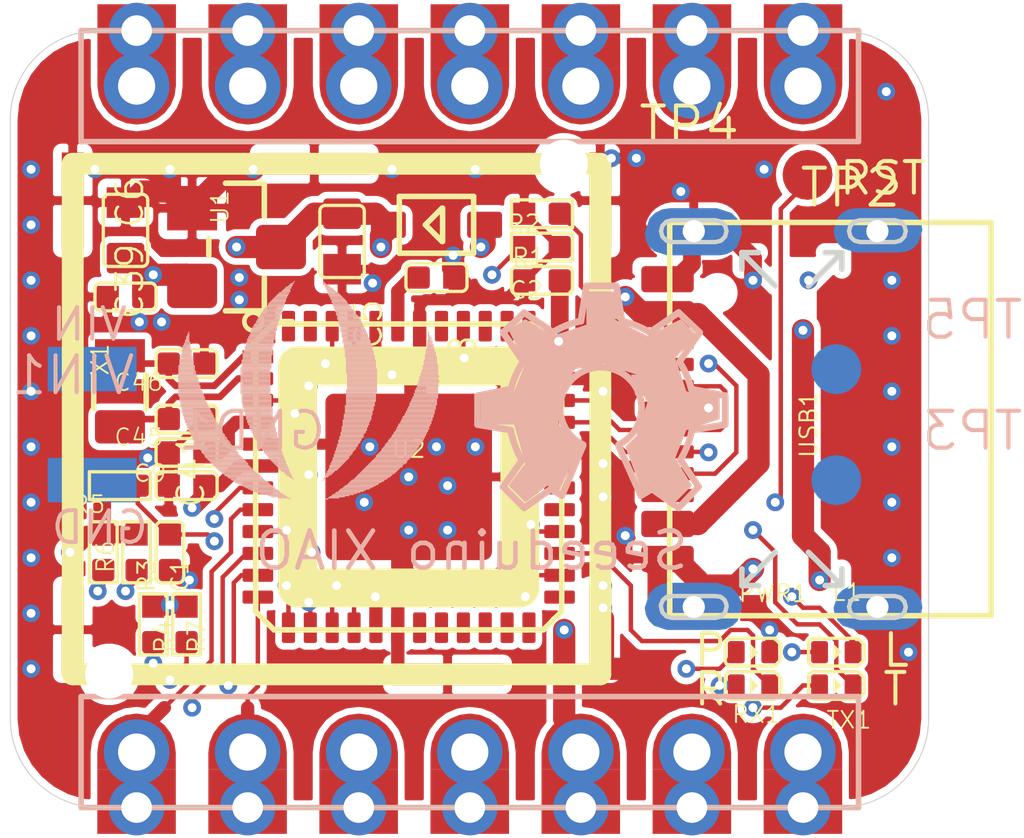
<source format=kicad_pcb>
(kicad_pcb (version 20171130) (host pcbnew "(5.1.6-0-10_14)")
  (layers (0 Top signal) (1 Bottom signal) (2 Route2 signal) (3 Route15 signal) (4 Route3 signal) (31 Route14 signal) (34 B.Paste user) (35 F.Paste user) (36 B.SilkS user) (37 F.SilkS user) (38 B.Mask user) (39 F.Mask user) (44 Edge.Cuts user))
  (net 0 "")
  (net 1 GND)
  (net 2 /5V)
  (net 3 /3V3)
  (net 4 "Net-(C8-Pad2)")
  (net 5 /RESET)
  (net 6 "Net-(C9-Pad2)")
  (net 7 /PA30_SWCLK)
  (net 8 /PA31_SWDIO)
  (net 9 /VBUS)
  (net 10 /PB08_A6_D6_TX)
  (net 11 /PA9_A5_D5_SCL)
  (net 12 /PA8_A4_D4_SDA)
  (net 13 /PA11_A3_D3)
  (net 14 /PA10_A2_D2)
  (net 15 /PA4_A1_D1)
  (net 16 /PA02_A0_D0)
  (net 17 /PA6_A10_D10_MOSI)
  (net 18 /PA5_A9_D9_MISO)
  (net 19 /PA7_A8_D8_SCK)
  (net 20 /PB09_A7_D7_RX)
  (net 21 /PA17_W13)
  (net 22 "Net-(USB1-PadB8)")
  (net 23 /USB_D-)
  (net 24 /USB_D+)
  (net 25 "Net-(R2-Pad2)")
  (net 26 "Net-(USB1-PadA8)")
  (net 27 "Net-(R1-Pad1)")
  (net 28 "Net-(U2-Pad48)")
  (net 29 "Net-(U2-Pad47)")
  (net 30 "Net-(U2-Pad41)")
  (net 31 "Net-(U2-Pad39)")
  (net 32 "Net-(U2-Pad38)")
  (net 33 "Net-(U2-Pad37)")
  (net 34 "Net-(U2-Pad32)")
  (net 35 "Net-(U2-Pad31)")
  (net 36 "Net-(U2-Pad30)")
  (net 37 "Net-(U2-Pad29)")
  (net 38 /PA19_TX_LED)
  (net 39 /PA18_RX_LED)
  (net 40 "Net-(U2-Pad25)")
  (net 41 "Net-(U2-Pad24)")
  (net 42 "Net-(U2-Pad23)")
  (net 43 "Net-(U2-Pad22)")
  (net 44 "Net-(U2-Pad21)")
  (net 45 "Net-(U2-Pad20)")
  (net 46 "Net-(U2-Pad19)")
  (net 47 "Net-(C45-Pad2)")
  (net 48 "Net-(C46-Pad2)")
  (net 49 "Net-(R4-Pad2)")
  (net 50 "Net-(R7-Pad2)")
  (net 51 "Net-(PWR1-Pad+)")
  (net 52 "Net-(L1-Pad+)")
  (module "Seeeduino XIAO_v1.0_191112:SOT-23" (layer Top) (at 143.1751 101.0666 270)
    (fp_text reference U1 (at -0.9144 0.381 90) (layer F.SilkS) (effects (font (size 0.38608 0.38608) (thickness 0.042468))))
    (fp_text value XC6206P332MR)
    (pad 3 smd roundrect (at 0 -1.016 270) (size 1.016 1.143) (layers Top F.Paste F.Mask) (roundrect_rratio 0.15) (net 2 /5V))
    (pad 2 smd roundrect (at 0.889 1.016 270) (size 1.016 1.143) (layers Top F.Paste F.Mask) (roundrect_rratio 0.15) (net 3 /3V3))
    (pad 1 smd rect (at -0.889 1.016 90) (size 1.016 1.143) (layers Top F.Paste F.Mask) (net 1 GND))
  )
  (module "Seeeduino XIAO_v1.0_191112:C0603" (layer Top) (at 145.5881 100.9396 90)
    (fp_text reference C5 (at -1.27 0.254 90) (layer F.SilkS) (effects (font (size 0.60325 0.60325) (thickness 0.060325)) (justify right top)))
    (fp_text value 10uF)
    (pad 2 smd roundrect (at 0.635 0 90) (size 0.6985 0.862) (layers Top F.Paste F.Mask) (roundrect_rratio 0.125) (net 2 /5V))
    (pad 1 smd rect (at -0.635 0 90) (size 0.6985 0.862) (layers Top F.Paste F.Mask) (net 1 GND))
  )
  (module "Seeeduino XIAO_v1.0_191112:C0603" (layer Top) (at 140.6351 100.6856 270)
    (fp_text reference C6 (at -1.27 0.254 90) (layer F.SilkS) (effects (font (size 0.60325 0.60325) (thickness 0.060325)) (justify right top)))
    (fp_text value 10uF)
    (pad 2 smd roundrect (at 0.635 0 270) (size 0.6985 0.862) (layers Top F.Paste F.Mask) (roundrect_rratio 0.125) (net 3 /3V3))
    (pad 1 smd rect (at -0.635 0 270) (size 0.6985 0.862) (layers Top F.Paste F.Mask) (net 1 GND))
  )
  (module "Seeeduino XIAO_v1.0_191112:C0402" (layer Top) (at 140.6351 102.2096)
    (fp_text reference C39 (at -0.254 -1.27 90) (layer F.SilkS) (effects (font (size 0.60325 0.60325) (thickness 0.060325)) (justify right top)))
    (fp_text value 100nF)
    (pad 2 smd roundrect (at 0.4064 0) (size 0.508 0.508) (layers Top F.Paste F.Mask) (roundrect_rratio 0.15) (net 3 /3V3))
    (pad 1 smd rect (at -0.4064 0) (size 0.508 0.508) (layers Top F.Paste F.Mask) (net 1 GND))
  )
  (module "Seeeduino XIAO_v1.0_191112:C0402" (layer Top) (at 142.0321 106.5276)
    (fp_text reference C41 (at -0.254 -1.27 90) (layer F.SilkS) (effects (font (size 0.60325 0.60325) (thickness 0.060325)) (justify right top)))
    (fp_text value 100nF)
    (pad 2 smd roundrect (at 0.4064 0) (size 0.508 0.508) (layers Top F.Paste F.Mask) (roundrect_rratio 0.15) (net 3 /3V3))
    (pad 1 smd rect (at -0.4064 0) (size 0.508 0.508) (layers Top F.Paste F.Mask) (net 1 GND))
  )
  (module "Seeeduino XIAO_v1.0_191112:C0402" (layer Top) (at 147.7471 101.7651 180)
    (fp_text reference C8 (at -0.254 -1.27 90) (layer F.SilkS) (effects (font (size 0.60325 0.60325) (thickness 0.060325)) (justify right top)))
    (fp_text value 1uF)
    (pad 2 smd roundrect (at 0.4064 0 180) (size 0.508 0.508) (layers Top F.Paste F.Mask) (roundrect_rratio 0.15) (net 4 "Net-(C8-Pad2)"))
    (pad 1 smd rect (at -0.4064 0 180) (size 0.508 0.508) (layers Top F.Paste F.Mask) (net 1 GND))
  )
  (module "Seeeduino XIAO_v1.0_191112:R0402" (layer Top) (at 140.5081 106.5276)
    (fp_text reference R5 (at -0.3048 0.2032) (layer F.SilkS) (effects (font (size 0.38608 0.38608) (thickness 0.042468)) (justify right top)))
    (fp_text value 10k)
    (pad 2 smd roundrect (at 0.4064 0) (size 0.508 0.508) (layers Top F.Paste F.Mask) (roundrect_rratio 0.15) (net 5 /RESET))
    (pad 1 smd rect (at -0.4064 0) (size 0.508 0.508) (layers Top F.Paste F.Mask) (net 3 /3V3))
  )
  (module "Seeeduino XIAO_v1.0_191112:R0402" (layer Top) (at 140.1271 108.0516 270)
    (fp_text reference R6 (at -0.3048 0.1778 90) (layer F.SilkS) (effects (font (size 0.38608 0.38608) (thickness 0.042468)) (justify right top)))
    (fp_text value 1k)
    (pad 2 smd roundrect (at 0.4064 0 270) (size 0.508 0.508) (layers Top F.Paste F.Mask) (roundrect_rratio 0.15) (net 51 "Net-(PWR1-Pad+)"))
    (pad 1 smd rect (at -0.4064 0 270) (size 0.508 0.508) (layers Top F.Paste F.Mask) (net 3 /3V3))
  )
  (module "Seeeduino XIAO_v1.0_191112:C0402" (layer Top) (at 142.0321 105.7656)
    (fp_text reference C9 (at -0.4318 0.254) (layer F.SilkS) (effects (font (size 0.38608 0.38608) (thickness 0.042468)) (justify right top)))
    (fp_text value 1uF)
    (pad 2 smd roundrect (at 0.4064 0) (size 0.508 0.508) (layers Top F.Paste F.Mask) (roundrect_rratio 0.15) (net 6 "Net-(C9-Pad2)"))
    (pad 1 smd rect (at -0.4064 0) (size 0.508 0.508) (layers Top F.Paste F.Mask) (net 1 GND))
  )
  (module "Seeeduino XIAO_v1.0_191112:TP-D45MIL" (layer Route14) (at 156.8911 106.4006 180)
    (fp_text reference TP3 (at -1.905 0.635) (layer B.SilkS) (effects (font (size 0.84455 0.84455) (thickness 0.0929)) (justify right bottom mirror)))
    (fp_text value TEST-POINT'4545' hide)
    (pad T smd roundrect (at 0 0 180) (size 1.143 1.143) (layers Route14 B.Mask) (roundrect_rratio 0.5) (net 7 /PA30_SWCLK))
  )
  (module "Seeeduino XIAO_v1.0_191112:TP-D45MIL" (layer Route14) (at 156.8911 103.8606 180)
    (fp_text reference TP5 (at -1.905 0.635) (layer B.SilkS) (effects (font (size 0.84455 0.84455) (thickness 0.0929)) (justify right bottom mirror)))
    (fp_text value TEST-POINT'4545' hide)
    (pad T smd roundrect (at 0 0 180) (size 1.143 1.143) (layers Route14 B.Mask) (roundrect_rratio 0.5) (net 8 /PA31_SWDIO))
  )
  (module "Seeeduino XIAO_v1.0_191112:SOD323" (layer Top) (at 147.7471 100.5586 180)
    (fp_text reference D4)
    (fp_text value B0540WS-7)
    (pad - smd roundrect (at 1.1 0 180) (size 0.8 0.6) (layers Top F.Paste F.Mask) (roundrect_rratio 0.125) (net 2 /5V))
    (pad + smd roundrect (at -1.1 0 180) (size 0.8 0.6) (layers Top F.Paste F.Mask) (roundrect_rratio 0.125) (net 9 /VBUS))
  )
  (module "Seeeduino XIAO_v1.0_191112:H7-HALF-HOLE-2.54" (layer Top) (at 148.5091 97.3836 270)
    (fp_text reference J2 (at 0.1778 0.381) (layer F.SilkS) (effects (font (size 0.38608 0.38608) (thickness 0.046329)) (justify left bottom)))
    (fp_text value DNP)
    (fp_poly (pts (xy -0.391412 -8.519384) (xy -1.872234 -8.519384) (xy -1.872234 -6.723096) (xy -0.392175 -6.723096) (xy -0.392175 -8.519131)) (layer Top) (width 0))
    (fp_poly (pts (xy -0.392175 -8.519637) (xy -0.008637 -8.519637) (xy -0.008638 -8.519637) (xy 0.221452 -8.489345) (xy 0.435862 -8.400534) (xy 0.61998 -8.259255) (xy 0.761259 -8.075137) (xy 0.85007 -7.860727) (xy 0.880362 -7.630637) (xy 0.880362 -7.61235) (xy 0.85007 -7.38226) (xy 0.761259 -7.16785) (xy 0.619981 -6.983732) (xy 0.435863 -6.842453) (xy 0.221453 -6.753641) (xy -0.008637 -6.72335) (xy -0.392175 -6.72335) (xy -0.392175 -8.517606) (xy -0.3937 -8.517606)) (layer Top) (width 0))
    (fp_poly (pts (xy -0.391412 -5.979384) (xy -1.872234 -5.979384) (xy -1.872234 -4.183096) (xy -0.392175 -4.183096) (xy -0.392175 -5.979131)) (layer Top) (width 0))
    (fp_poly (pts (xy -0.392175 -5.979637) (xy -0.008637 -5.979637) (xy -0.008638 -5.979637) (xy 0.221452 -5.949345) (xy 0.435862 -5.860534) (xy 0.61998 -5.719255) (xy 0.761259 -5.535137) (xy 0.85007 -5.320727) (xy 0.880362 -5.090637) (xy 0.880362 -5.07235) (xy 0.85007 -4.84226) (xy 0.761259 -4.62785) (xy 0.619981 -4.443732) (xy 0.435863 -4.302453) (xy 0.221453 -4.213641) (xy -0.008637 -4.18335) (xy -0.392175 -4.18335) (xy -0.392175 -5.977606) (xy -0.3937 -5.977606)) (layer Top) (width 0))
    (fp_poly (pts (xy -0.391412 -3.439384) (xy -1.872234 -3.439384) (xy -1.872234 -1.643096) (xy -0.392175 -1.643096) (xy -0.392175 -3.439131)) (layer Top) (width 0))
    (fp_poly (pts (xy -0.392175 -3.439637) (xy -0.008637 -3.439637) (xy -0.008638 -3.439637) (xy 0.221452 -3.409345) (xy 0.435862 -3.320534) (xy 0.61998 -3.179255) (xy 0.761259 -2.995137) (xy 0.85007 -2.780727) (xy 0.880362 -2.550637) (xy 0.880362 -2.53235) (xy 0.85007 -2.30226) (xy 0.761259 -2.08785) (xy 0.619981 -1.903732) (xy 0.435863 -1.762453) (xy 0.221453 -1.673641) (xy -0.008637 -1.64335) (xy -0.392175 -1.64335) (xy -0.392175 -3.437606) (xy -0.3937 -3.437606)) (layer Top) (width 0))
    (fp_poly (pts (xy -0.391412 -0.899384) (xy -1.872234 -0.899384) (xy -1.872234 0.896903) (xy -0.392175 0.896903) (xy -0.392175 -0.899131)) (layer Top) (width 0))
    (fp_poly (pts (xy -0.392175 -0.899637) (xy -0.008637 -0.899637) (xy -0.008638 -0.899637) (xy 0.221452 -0.869345) (xy 0.435862 -0.780534) (xy 0.61998 -0.639255) (xy 0.761259 -0.455137) (xy 0.85007 -0.240727) (xy 0.880362 -0.010637) (xy 0.880362 0.00765) (xy 0.880362 0.007649) (xy 0.85007 0.237739) (xy 0.761259 0.452149) (xy 0.619981 0.636267) (xy 0.435863 0.777546) (xy 0.221453 0.866358) (xy -0.008637 0.89665) (xy -0.392175 0.89665) (xy -0.392175 -0.897606) (xy -0.3937 -0.897606)) (layer Top) (width 0))
    (fp_poly (pts (xy -0.391412 1.640615) (xy -1.872234 1.640615) (xy -1.872234 3.436903) (xy -0.392175 3.436903) (xy -0.392175 1.640868)) (layer Top) (width 0))
    (fp_poly (pts (xy -0.392175 1.640362) (xy -0.008637 1.640362) (xy 0.221453 1.670654) (xy 0.435862 1.759466) (xy 0.61998 1.900744) (xy 0.761258 2.084862) (xy 0.850069 2.299272) (xy 0.880362 2.529362) (xy 0.880362 2.54765) (xy 0.880362 2.547649) (xy 0.85007 2.777739) (xy 0.761259 2.992149) (xy 0.619981 3.176267) (xy 0.435863 3.317546) (xy 0.221453 3.406358) (xy -0.008637 3.43665) (xy -0.392175 3.43665) (xy -0.392175 1.642393) (xy -0.3937 1.642393)) (layer Top) (width 0))
    (fp_poly (pts (xy -0.391412 4.180615) (xy -1.872234 4.180615) (xy -1.872234 5.976903) (xy -0.392175 5.976903) (xy -0.392175 4.180868)) (layer Top) (width 0))
    (fp_poly (pts (xy -0.392175 4.180362) (xy -0.008637 4.180362) (xy 0.221453 4.210654) (xy 0.435862 4.299466) (xy 0.61998 4.440744) (xy 0.761258 4.624862) (xy 0.850069 4.839272) (xy 0.880362 5.069362) (xy 0.880362 5.08765) (xy 0.880362 5.087649) (xy 0.85007 5.317739) (xy 0.761259 5.532149) (xy 0.619981 5.716267) (xy 0.435863 5.857546) (xy 0.221453 5.946358) (xy -0.008637 5.97665) (xy -0.392175 5.97665) (xy -0.392175 4.182393) (xy -0.3937 4.182393)) (layer Top) (width 0))
    (fp_poly (pts (xy -0.391412 6.720615) (xy -1.872234 6.720615) (xy -1.872234 8.516903) (xy -0.392175 8.516903) (xy -0.392175 6.720868)) (layer Top) (width 0))
    (fp_poly (pts (xy -0.392175 6.720362) (xy -0.008637 6.720362) (xy 0.221453 6.750654) (xy 0.435862 6.839466) (xy 0.61998 6.980744) (xy 0.761258 7.164862) (xy 0.850069 7.379272) (xy 0.880362 7.609362) (xy 0.880362 7.62765) (xy 0.880362 7.627649) (xy 0.85007 7.857739) (xy 0.761259 8.072149) (xy 0.619981 8.256267) (xy 0.435863 8.397546) (xy 0.221453 8.486358) (xy -0.008637 8.51665) (xy -0.392175 8.51665) (xy -0.392175 6.722393) (xy -0.3937 6.722393)) (layer Top) (width 0))
    (pad 19 thru_hole circle (at -1.27 7.62 180) (size 1.27 1.27) (drill 0.7) (layers *.Cu *.Mask) (net 10 /PB08_A6_D6_TX))
    (pad 18 thru_hole circle (at -1.27 5.08 180) (size 1.27 1.27) (drill 0.7) (layers *.Cu *.Mask) (net 11 /PA9_A5_D5_SCL))
    (pad 17 thru_hole circle (at -1.27 2.54 180) (size 1.27 1.27) (drill 0.7) (layers *.Cu *.Mask) (net 12 /PA8_A4_D4_SDA))
    (pad 16 thru_hole circle (at -1.27 0 180) (size 1.27 1.27) (drill 0.7) (layers *.Cu *.Mask) (net 13 /PA11_A3_D3))
    (pad 15 thru_hole circle (at -1.27 -2.54 180) (size 1.27 1.27) (drill 0.7) (layers *.Cu *.Mask) (net 14 /PA10_A2_D2))
    (pad 14 thru_hole circle (at -1.27 -5.08 180) (size 1.27 1.27) (drill 0.7) (layers *.Cu *.Mask) (net 15 /PA4_A1_D1))
    (pad 13 thru_hole circle (at -1.27 -7.62 180) (size 1.27 1.27) (drill 0.7) (layers *.Cu *.Mask) (net 16 /PA02_A0_D0))
    (pad 7 thru_hole circle (at 0 7.62 270) (size 1.5 1.5) (drill 0.85) (layers *.Cu *.Mask) (net 10 /PB08_A6_D6_TX))
    (pad 6 thru_hole circle (at 0 5.08 270) (size 1.5 1.5) (drill 0.85) (layers *.Cu *.Mask) (net 11 /PA9_A5_D5_SCL))
    (pad 5 thru_hole circle (at 0 2.54 270) (size 1.5 1.5) (drill 0.85) (layers *.Cu *.Mask) (net 12 /PA8_A4_D4_SDA))
    (pad 4 thru_hole circle (at 0 0 270) (size 1.5 1.5) (drill 0.85) (layers *.Cu *.Mask) (net 13 /PA11_A3_D3))
    (pad 3 thru_hole circle (at 0 -2.54 270) (size 1.5 1.5) (drill 0.85) (layers *.Cu *.Mask) (net 14 /PA10_A2_D2))
    (pad 2 thru_hole circle (at 0 -5.08 270) (size 1.5 1.5) (drill 0.85) (layers *.Cu *.Mask) (net 15 /PA4_A1_D1))
    (pad 1 thru_hole circle (at 0 -7.62 270) (size 1.5 1.5) (drill 0.85) (layers *.Cu *.Mask) (net 16 /PA02_A0_D0))
  )
  (module "Seeeduino XIAO_v1.0_191112:H7-HALF-HOLE-2.54" (layer Top) (at 148.5091 112.6236 90)
    (fp_text reference J4 hide)
    (fp_text value DNP)
    (fp_poly (pts (xy -0.391412 -8.519384) (xy -1.872234 -8.519384) (xy -1.872234 -6.723096) (xy -0.392175 -6.723096) (xy -0.392175 -8.519131)) (layer Top) (width 0))
    (fp_poly (pts (xy -0.392175 -8.519637) (xy -0.008637 -8.519637) (xy -0.008638 -8.519637) (xy 0.221452 -8.489345) (xy 0.435862 -8.400534) (xy 0.61998 -8.259255) (xy 0.761259 -8.075137) (xy 0.85007 -7.860727) (xy 0.880362 -7.630637) (xy 0.880362 -7.61235) (xy 0.85007 -7.38226) (xy 0.761259 -7.16785) (xy 0.619981 -6.983732) (xy 0.435863 -6.842453) (xy 0.221453 -6.753641) (xy -0.008637 -6.72335) (xy -0.392175 -6.72335) (xy -0.392175 -8.517606) (xy -0.3937 -8.517606)) (layer Top) (width 0))
    (fp_poly (pts (xy -0.391412 -5.979384) (xy -1.872234 -5.979384) (xy -1.872234 -4.183096) (xy -0.392175 -4.183096) (xy -0.392175 -5.979131)) (layer Top) (width 0))
    (fp_poly (pts (xy -0.392175 -5.979637) (xy -0.008637 -5.979637) (xy -0.008638 -5.979637) (xy 0.221452 -5.949345) (xy 0.435862 -5.860534) (xy 0.61998 -5.719255) (xy 0.761259 -5.535137) (xy 0.85007 -5.320727) (xy 0.880362 -5.090637) (xy 0.880362 -5.07235) (xy 0.85007 -4.84226) (xy 0.761259 -4.62785) (xy 0.619981 -4.443732) (xy 0.435863 -4.302453) (xy 0.221453 -4.213641) (xy -0.008637 -4.18335) (xy -0.392175 -4.18335) (xy -0.392175 -5.977606) (xy -0.3937 -5.977606)) (layer Top) (width 0))
    (fp_poly (pts (xy -0.391412 -3.439384) (xy -1.872234 -3.439384) (xy -1.872234 -1.643096) (xy -0.392175 -1.643096) (xy -0.392175 -3.439131)) (layer Top) (width 0))
    (fp_poly (pts (xy -0.392175 -3.439637) (xy -0.008637 -3.439637) (xy -0.008638 -3.439637) (xy 0.221452 -3.409345) (xy 0.435862 -3.320534) (xy 0.61998 -3.179255) (xy 0.761259 -2.995137) (xy 0.85007 -2.780727) (xy 0.880362 -2.550637) (xy 0.880362 -2.53235) (xy 0.85007 -2.30226) (xy 0.761259 -2.08785) (xy 0.619981 -1.903732) (xy 0.435863 -1.762453) (xy 0.221453 -1.673641) (xy -0.008637 -1.64335) (xy -0.392175 -1.64335) (xy -0.392175 -3.437606) (xy -0.3937 -3.437606)) (layer Top) (width 0))
    (fp_poly (pts (xy -0.391412 -0.899384) (xy -1.872234 -0.899384) (xy -1.872234 0.896903) (xy -0.392175 0.896903) (xy -0.392175 -0.899131)) (layer Top) (width 0))
    (fp_poly (pts (xy -0.392175 -0.899637) (xy -0.008637 -0.899637) (xy -0.008638 -0.899637) (xy 0.221452 -0.869345) (xy 0.435862 -0.780534) (xy 0.61998 -0.639255) (xy 0.761259 -0.455137) (xy 0.85007 -0.240727) (xy 0.880362 -0.010637) (xy 0.880362 0.00765) (xy 0.880362 0.007649) (xy 0.85007 0.237739) (xy 0.761259 0.452149) (xy 0.619981 0.636267) (xy 0.435863 0.777546) (xy 0.221453 0.866358) (xy -0.008637 0.89665) (xy -0.392175 0.89665) (xy -0.392175 -0.897606) (xy -0.3937 -0.897606)) (layer Top) (width 0))
    (fp_poly (pts (xy -0.391412 1.640615) (xy -1.872234 1.640615) (xy -1.872234 3.436903) (xy -0.392175 3.436903) (xy -0.392175 1.640868)) (layer Top) (width 0))
    (fp_poly (pts (xy -0.392175 1.640362) (xy -0.008637 1.640362) (xy 0.221453 1.670654) (xy 0.435862 1.759466) (xy 0.61998 1.900744) (xy 0.761258 2.084862) (xy 0.850069 2.299272) (xy 0.880362 2.529362) (xy 0.880362 2.54765) (xy 0.880362 2.547649) (xy 0.85007 2.777739) (xy 0.761259 2.992149) (xy 0.619981 3.176267) (xy 0.435863 3.317546) (xy 0.221453 3.406358) (xy -0.008637 3.43665) (xy -0.392175 3.43665) (xy -0.392175 1.642393) (xy -0.3937 1.642393)) (layer Top) (width 0))
    (fp_poly (pts (xy -0.391412 4.180615) (xy -1.872234 4.180615) (xy -1.872234 5.976903) (xy -0.392175 5.976903) (xy -0.392175 4.180868)) (layer Top) (width 0))
    (fp_poly (pts (xy -0.392175 4.180362) (xy -0.008637 4.180362) (xy 0.221453 4.210654) (xy 0.435862 4.299466) (xy 0.61998 4.440744) (xy 0.761258 4.624862) (xy 0.850069 4.839272) (xy 0.880362 5.069362) (xy 0.880362 5.08765) (xy 0.880362 5.087649) (xy 0.85007 5.317739) (xy 0.761259 5.532149) (xy 0.619981 5.716267) (xy 0.435863 5.857546) (xy 0.221453 5.946358) (xy -0.008637 5.97665) (xy -0.392175 5.97665) (xy -0.392175 4.182393) (xy -0.3937 4.182393)) (layer Top) (width 0))
    (fp_poly (pts (xy -0.391412 6.720615) (xy -1.872234 6.720615) (xy -1.872234 8.516903) (xy -0.392175 8.516903) (xy -0.392175 6.720868)) (layer Top) (width 0))
    (fp_poly (pts (xy -0.392175 6.720362) (xy -0.008637 6.720362) (xy 0.221453 6.750654) (xy 0.435862 6.839466) (xy 0.61998 6.980744) (xy 0.761258 7.164862) (xy 0.850069 7.379272) (xy 0.880362 7.609362) (xy 0.880362 7.62765) (xy 0.880362 7.627649) (xy 0.85007 7.857739) (xy 0.761259 8.072149) (xy 0.619981 8.256267) (xy 0.435863 8.397546) (xy 0.221453 8.486358) (xy -0.008637 8.51665) (xy -0.392175 8.51665) (xy -0.392175 6.722393) (xy -0.3937 6.722393)) (layer Top) (width 0))
    (pad 19 thru_hole circle (at -1.27 7.62) (size 1.27 1.27) (drill 0.7) (layers *.Cu *.Mask) (net 2 /5V))
    (pad 18 thru_hole circle (at -1.27 5.08) (size 1.27 1.27) (drill 0.7) (layers *.Cu *.Mask) (net 1 GND))
    (pad 17 thru_hole circle (at -1.27 2.54) (size 1.27 1.27) (drill 0.7) (layers *.Cu *.Mask) (net 3 /3V3))
    (pad 16 thru_hole circle (at -1.27 0) (size 1.27 1.27) (drill 0.7) (layers *.Cu *.Mask) (net 17 /PA6_A10_D10_MOSI))
    (pad 15 thru_hole circle (at -1.27 -2.54) (size 1.27 1.27) (drill 0.7) (layers *.Cu *.Mask) (net 18 /PA5_A9_D9_MISO))
    (pad 14 thru_hole circle (at -1.27 -5.08) (size 1.27 1.27) (drill 0.7) (layers *.Cu *.Mask) (net 19 /PA7_A8_D8_SCK))
    (pad 13 thru_hole circle (at -1.27 -7.62) (size 1.27 1.27) (drill 0.7) (layers *.Cu *.Mask) (net 20 /PB09_A7_D7_RX))
    (pad 7 thru_hole circle (at 0 7.62 90) (size 1.5 1.5) (drill 0.85) (layers *.Cu *.Mask) (net 2 /5V))
    (pad 6 thru_hole circle (at 0 5.08 90) (size 1.5 1.5) (drill 0.85) (layers *.Cu *.Mask) (net 1 GND))
    (pad 5 thru_hole circle (at 0 2.54 90) (size 1.5 1.5) (drill 0.85) (layers *.Cu *.Mask) (net 3 /3V3))
    (pad 4 thru_hole circle (at 0 0 90) (size 1.5 1.5) (drill 0.85) (layers *.Cu *.Mask) (net 17 /PA6_A10_D10_MOSI))
    (pad 3 thru_hole circle (at 0 -2.54 90) (size 1.5 1.5) (drill 0.85) (layers *.Cu *.Mask) (net 18 /PA5_A9_D9_MISO))
    (pad 2 thru_hole circle (at 0 -5.08 90) (size 1.5 1.5) (drill 0.85) (layers *.Cu *.Mask) (net 19 /PA7_A8_D8_SCK))
    (pad 1 thru_hole circle (at 0 -7.62 90) (size 1.5 1.5) (drill 0.85) (layers *.Cu *.Mask) (net 20 /PB09_A7_D7_RX))
  )
  (module "Seeeduino XIAO_v1.0_191112:SEEED-SILK-280*268MIL" (layer Route14) (at 144.8261 105.1306 180)
    (fp_text reference U$3 hide)
    (fp_text value LOGO-SEEED-BIG-SILK hide)
  )
  (module "Seeeduino XIAO_v1.0_191112:OSHW_FILLX200_NOTEXT" (layer Route14) (at 154.3511 107.0356 180)
    (fp_text reference LOGO1 hide)
    (fp_text value LOGO-OSHW-FILLX0200-NT hide)
  )
  (module "Seeeduino XIAO_v1.0_191112:TP-D45MIL" (layer Top) (at 156.2341 99.4156 90)
    (fp_text reference TP2 (at -0.7874 -0.2286) (layer F.SilkS) (effects (font (size 0.84455 0.84455) (thickness 0.0929)) (justify left bottom)))
    (fp_text value TEST-POINT'4545' hide)
    (pad T smd roundrect (at 0 0 90) (size 1.143 1.143) (layers Top F.Mask) (roundrect_rratio 0.5) (net 5 /RESET))
  )
  (module "Seeeduino XIAO_v1.0_191112:TP-D45MIL" (layer Top) (at 154.2241 99.4156)
    (fp_text reference TP4 (at -1.905 -0.635) (layer F.SilkS) (effects (font (size 0.84455 0.84455) (thickness 0.0929)) (justify left bottom)))
    (fp_text value TEST-POINT'4545' hide)
    (pad T smd roundrect (at 0 0) (size 1.143 1.143) (layers Top F.Mask) (roundrect_rratio 0.5) (net 1 GND))
  )
  (module "Seeeduino XIAO_v1.0_191112:LED-0402" (layer Top) (at 154.9861 110.3376)
    (fp_text reference PWR1 (at -0.3556 -1.1176) (layer F.SilkS) (effects (font (size 0.38608 0.38608) (thickness 0.042468)) (justify left bottom)))
    (fp_text value GREEN)
    (pad - smd roundrect (at 0.383 0 90) (size 0.508 0.385) (layers Top F.Paste F.Mask) (roundrect_rratio 0.15) (net 1 GND))
    (pad + smd roundrect (at -0.383 0 90) (size 0.508 0.385) (layers Top F.Paste F.Mask) (roundrect_rratio 0.15) (net 51 "Net-(PWR1-Pad+)"))
  )
  (module "Seeeduino XIAO_v1.0_191112:SHIELDING-COVER-12.3X11.9X0.2MM" (layer Top) (at 145.4611 105.0036)
    (fp_text reference MP1 hide)
    (fp_text value SHIELDING-COVER-12.3X11.9X0.2MM hide)
    (pad "" np_thru_hole circle (at 5.2 -5.842) (size 1.1 1.1) (drill 1.1) (layers *.Cu *.Mask))
    (pad "" np_thru_hole circle (at -5.2 5.842) (size 1.1 1.1) (drill 1.1) (layers *.Cu *.Mask))
    (pad 6 smd rect (at 2.54 5.842 90) (size 0.5 2.54) (layers Top F.Paste F.Mask) (net 1 GND))
    (pad 5 smd rect (at 6.0325 4.82) (size 0.5 2.032) (layers Top F.Paste F.Mask) (net 1 GND))
    (pad 4 smd rect (at 6.0325 -5) (size 0.5 2.2) (layers Top F.Paste F.Mask) (net 1 GND))
    (pad 3 smd rect (at -0.508 -5.842 270) (size 0.5 2.54) (layers Top F.Paste F.Mask) (net 1 GND))
    (pad 2 smd rect (at -6.0325 -5 180) (size 0.5 2.2) (layers Top F.Paste F.Mask) (net 1 GND))
    (pad 1 smd rect (at -6.0325 4.82) (size 0.5 2.032) (layers Top F.Paste F.Mask) (net 1 GND))
  )
  (module "Seeeduino XIAO_v1.0_191112:TP-80X40MIL" (layer Route14) (at 139.8731 103.8606)
    (fp_text reference VIN1 (at -1.905 0.635) (layer B.SilkS) (effects (font (size 0.84455 0.84455) (thickness 0.0929)) (justify right bottom mirror)))
    (fp_text value TEST-POINT'4080' hide)
    (pad 1 smd rect (at 0 0 180) (size 2.032 1.016) (layers Route14 B.Paste B.Mask) (net 2 /5V))
  )
  (module "Seeeduino XIAO_v1.0_191112:TP-80X40MIL" (layer Route14) (at 139.8731 106.4006 180)
    (fp_text reference GND1 (at -1.905 0.635) (layer B.SilkS) (effects (font (size 0.84455 0.84455) (thickness 0.0929)) (justify right bottom mirror)))
    (fp_text value TEST-POINT'4080' hide)
    (pad 1 smd rect (at 0 0) (size 2.032 1.016) (layers Route14 B.Paste B.Mask) (net 1 GND))
  )
  (module "Seeeduino XIAO_v1.0_191112:LED-0402" (layer Top) (at 156.8911 110.3376)
    (fp_text reference L1 (at -0.127 -1.143) (layer F.SilkS) (effects (font (size 0.38608 0.38608) (thickness 0.042468)) (justify left bottom)))
    (fp_text value YELLOW)
    (pad - smd roundrect (at 0.383 0 90) (size 0.508 0.385) (layers Top F.Paste F.Mask) (roundrect_rratio 0.15) (net 21 /PA17_W13))
    (pad + smd roundrect (at -0.383 0 90) (size 0.508 0.385) (layers Top F.Paste F.Mask) (roundrect_rratio 0.15) (net 52 "Net-(L1-Pad+)"))
  )
  (module "Seeeduino XIAO_v1.0_191112:USB2.0-TYPE-C" (layer Top) (at 153.0811 105.0036 180)
    (fp_text reference USB1 (at -3.175 -0.127 90) (layer F.SilkS) (effects (font (size 0.38608 0.38608) (thickness 0.046329))))
    (fp_text value USB2.0-TYPE-C)
    (fp_poly (pts (xy -5.15 -4.55) (xy -4.35 -4.55) (xy -4.225 -4.516506) (xy -4.133494 -4.425) (xy -4.1 -4.3) (xy -4.133494 -4.175) (xy -4.225 -4.083494) (xy -4.35 -4.05) (xy -5.15 -4.05) (xy -5.275 -4.083494) (xy -5.366506 -4.175) (xy -5.4 -4.3) (xy -5.366506 -4.425) (xy -5.275 -4.516506)) (layer Edge.Cuts) (width 0))
    (fp_poly (pts (xy -1.05 -4.55) (xy -0.05 -4.55) (xy 0.075 -4.516506) (xy 0.166506 -4.425) (xy 0.2 -4.3) (xy 0.2 -4.25) (xy 0.157356 -4.140849) (xy 0.065849 -4.067644) (xy -0.05 -4.05) (xy -1.05 -4.05) (xy -1.165849 -4.067644) (xy -1.257356 -4.140849) (xy -1.3 -4.25) (xy -1.3 -4.3) (xy -1.266506 -4.425) (xy -1.175 -4.516506)) (layer Edge.Cuts) (width 0))
    (fp_poly (pts (xy -5.15 4.05) (xy -4.35 4.05) (xy -4.225 4.083494) (xy -4.133494 4.175) (xy -4.1 4.3) (xy -4.133494 4.425) (xy -4.225 4.516506) (xy -4.35 4.55) (xy -5.15 4.55) (xy -5.275 4.516506) (xy -5.366506 4.425) (xy -5.4 4.3) (xy -5.366506 4.175) (xy -5.275 4.083494)) (layer Edge.Cuts) (width 0))
    (fp_poly (pts (xy -1.05 4.05) (xy -0.05 4.05) (xy 0.075 4.083494) (xy 0.166506 4.175) (xy 0.2 4.3) (xy 0.166506 4.425) (xy 0.075 4.516506) (xy -0.05 4.55) (xy -1.05 4.55) (xy -1.175 4.516506) (xy -1.266506 4.425) (xy -1.3 4.3) (xy -1.266506 4.175) (xy -1.175 4.083494)) (layer Edge.Cuts) (width 0))
    (fp_line (start -3.175 -3.048) (end -3.937 -3.81) (layer Edge.Cuts) (width 0.127))
    (fp_line (start -3.937 -3.81) (end -3.937 -3.429) (layer Edge.Cuts) (width 0.127))
    (fp_line (start -3.937 -3.81) (end -3.556 -3.81) (layer Edge.Cuts) (width 0.127))
    (fp_line (start -2.413 -3.048) (end -1.651 -3.81) (layer Edge.Cuts) (width 0.127))
    (fp_line (start -1.651 -3.81) (end -2.032 -3.81) (layer Edge.Cuts) (width 0.127))
    (fp_line (start -1.651 -3.81) (end -1.651 -3.429) (layer Edge.Cuts) (width 0.127))
    (fp_line (start -3.175 3.048) (end -3.937 3.81) (layer Edge.Cuts) (width 0.127))
    (fp_line (start -3.937 3.81) (end -3.556 3.81) (layer Edge.Cuts) (width 0.127))
    (fp_line (start -3.937 3.81) (end -3.937 3.429) (layer Edge.Cuts) (width 0.127))
    (fp_line (start -2.413 3.048) (end -1.651 3.81) (layer Edge.Cuts) (width 0.127))
    (fp_line (start -1.651 3.81) (end -1.651 3.429) (layer Edge.Cuts) (width 0.127))
    (fp_line (start -1.651 3.81) (end -2.032 3.81) (layer Edge.Cuts) (width 0.127))
    (fp_poly (pts (xy -4.2545 -4.826) (xy -5.2705 -4.826) (xy -5.427481 -4.801137) (xy -5.569095 -4.728981) (xy -5.681481 -4.616595) (xy -5.7785 -4.318) (xy -5.753637 -4.161019) (xy -5.681481 -4.019405) (xy -5.569095 -3.907019) (xy -5.2705 -3.81) (xy -4.2545 -3.81) (xy -4.097519 -3.834863) (xy -3.955905 -3.907019) (xy -3.843519 -4.019405) (xy -3.7465 -4.318) (xy -3.771363 -4.474981) (xy -3.843519 -4.616595) (xy -3.955905 -4.728981)) (layer Route14) (width 0))
    (fp_poly (pts (xy -4.2545 3.81) (xy -5.2705 3.81) (xy -5.427481 3.834863) (xy -5.569095 3.907019) (xy -5.681481 4.019405) (xy -5.7785 4.318) (xy -5.753637 4.474981) (xy -5.681481 4.616595) (xy -5.569095 4.728981) (xy -5.2705 4.826) (xy -4.2545 4.826) (xy -4.097519 4.801137) (xy -3.955905 4.728981) (xy -3.843519 4.616595) (xy -3.7465 4.318) (xy -3.771363 4.161019) (xy -3.843519 4.019405) (xy -3.955905 3.907019)) (layer Route14) (width 0))
    (fp_poly (pts (xy 0.0635 -4.826) (xy -1.143 -4.826) (xy -1.299981 -4.801137) (xy -1.441595 -4.728981) (xy -1.553981 -4.616595) (xy -1.651 -4.318) (xy -1.623029 -4.141397) (xy -1.541853 -3.982081) (xy -1.415419 -3.855647) (xy -1.0795 -3.7465) (xy 0 -3.7465) (xy 0.176603 -3.774471) (xy 0.335919 -3.855647) (xy 0.462353 -3.982081) (xy 0.5715 -4.318) (xy 0.5715 -4.317999) (xy 0.546637 -4.47498) (xy 0.474481 -4.616595) (xy 0.362095 -4.728981)) (layer Route14) (width 0))
    (fp_poly (pts (xy 0.0635 3.7465) (xy -1.143 3.7465) (xy -1.299981 3.771363) (xy -1.441595 3.843519) (xy -1.553981 3.955905) (xy -1.651 4.2545) (xy -1.623029 4.431103) (xy -1.541853 4.590419) (xy -1.415419 4.716853) (xy -1.0795 4.826) (xy 0 4.826) (xy 0.176603 4.798029) (xy 0.335919 4.716853) (xy 0.462353 4.590419) (xy 0.5715 4.2545) (xy 0.5715 4.254501) (xy 0.546637 4.09752) (xy 0.474481 3.955905) (xy 0.362095 3.843519)) (layer Route14) (width 0))
    (fp_text user "Slot Drills with copper" (at -2.873 0.204 270) (layer Edge.Cuts) (effects (font (size 0.38608 0.38608) (thickness 0.048768))))
    (pad S6 smd roundrect (at -4.5 1.5 180) (size 2 2) (layers Top F.Paste F.Mask) (roundrect_rratio 0.15) (net 1 GND))
    (pad S5 smd roundrect (at -4.5 -1.5 180) (size 2 2) (layers Top F.Paste F.Mask) (roundrect_rratio 0.15) (net 1 GND))
    (pad S4 thru_hole oval (at -0.55 4.3 180) (size 1.8288 0.9144) (drill 0.508) (layers *.Cu *.Mask) (net 1 GND))
    (pad S2 thru_hole oval (at -4.75 4.3 180) (size 1.778 0.889) (drill 0.508) (layers *.Cu *.Mask) (net 1 GND))
    (pad S3 thru_hole oval (at -0.55 -4.3 180) (size 1.8288 0.9144) (drill 0.508) (layers *.Cu *.Mask) (net 1 GND))
    (pad S1 thru_hole oval (at -4.75 -4.3 180) (size 1.778 0.889) (drill 0.508) (layers *.Cu *.Mask) (net 1 GND))
    (pad A4_B9 smd roundrect (at 0.05 -2.4 180) (size 1.2 0.6) (layers Top F.Paste F.Mask) (roundrect_rratio 0.15) (net 9 /VBUS))
    (pad B8 smd roundrect (at 0.05 -1.75 180) (size 1.2 0.3) (layers Top F.Paste F.Mask) (roundrect_rratio 0.15) (net 22 "Net-(USB1-PadB8)"))
    (pad B7 smd roundrect (at 0.05 -0.75 180) (size 1.2 0.3) (layers Top F.Paste F.Mask) (roundrect_rratio 0.15) (net 23 /USB_D-))
    (pad B6 smd roundrect (at 0.05 0.75 180) (size 1.2 0.3) (layers Top F.Paste F.Mask) (roundrect_rratio 0.15) (net 24 /USB_D+))
    (pad "" np_thru_hole circle (at -1.1 -2.89 180) (size 0.6 0.6) (drill 0.6) (layers *.Cu *.Mask))
    (pad "" np_thru_hole circle (at -1.1 2.89 180) (size 0.6 0.6) (drill 0.6) (layers *.Cu *.Mask))
    (pad B1_A12 smd roundrect (at 0.05 3.2 180) (size 1.2 0.6) (layers Top F.Paste F.Mask) (roundrect_rratio 0.15) (net 1 GND))
    (pad B4_A9 smd roundrect (at 0.05 2.4 180) (size 1.2 0.6) (layers Top F.Paste F.Mask) (roundrect_rratio 0.15) (net 9 /VBUS))
    (pad B5 smd roundrect (at 0.05 1.75 180) (size 1.2 0.3) (layers Top F.Paste F.Mask) (roundrect_rratio 0.15) (net 25 "Net-(R2-Pad2)"))
    (pad A8 smd roundrect (at 0.05 1.25 180) (size 1.2 0.3) (layers Top F.Paste F.Mask) (roundrect_rratio 0.15) (net 26 "Net-(USB1-PadA8)"))
    (pad A7 smd roundrect (at 0.05 0.25 180) (size 1.2 0.3) (layers Top F.Paste F.Mask) (roundrect_rratio 0.15) (net 23 /USB_D-))
    (pad A6 smd roundrect (at 0.05 -0.25 180) (size 1.2 0.3) (layers Top F.Paste F.Mask) (roundrect_rratio 0.15) (net 24 /USB_D+))
    (pad A5 smd roundrect (at 0.05 -1.25 180) (size 1.2 0.3) (layers Top F.Paste F.Mask) (roundrect_rratio 0.15) (net 27 "Net-(R1-Pad1)"))
    (pad A1_B12 smd roundrect (at 0.05 -3.2 180) (size 1.2 0.6) (layers Top F.Paste F.Mask) (roundrect_rratio 0.15) (net 1 GND))
  )
  (module "Seeeduino XIAO_v1.0_191112:R0402" (layer Top) (at 150.1601 101.0666)
    (fp_text reference R1 (at 0.1016 0) (layer F.SilkS) (effects (font (size 0.38608 0.38608) (thickness 0.046329)) (justify right top)))
    (fp_text value 5.1k)
    (pad 2 smd roundrect (at 0.4064 0) (size 0.508 0.508) (layers Top F.Paste F.Mask) (roundrect_rratio 0.15) (net 1 GND))
    (pad 1 smd rect (at -0.4064 0) (size 0.508 0.508) (layers Top F.Paste F.Mask) (net 27 "Net-(R1-Pad1)"))
  )
  (module "Seeeduino XIAO_v1.0_191112:R0402" (layer Top) (at 150.1601 100.3046)
    (fp_text reference R2 (at 0 0) (layer F.SilkS) (effects (font (size 0.38608 0.38608) (thickness 0.046329)) (justify right top)))
    (fp_text value 5.1k)
    (pad 2 smd roundrect (at 0.4064 0) (size 0.508 0.508) (layers Top F.Paste F.Mask) (roundrect_rratio 0.15) (net 25 "Net-(R2-Pad2)"))
    (pad 1 smd rect (at -0.4064 0) (size 0.508 0.508) (layers Top F.Paste F.Mask) (net 1 GND))
  )
  (module "Seeeduino XIAO_v1.0_191112:QFN48-7X7" (layer Top) (at 147.1121 106.3276)
    (fp_text reference U2 (at 0 -0.635) (layer F.SilkS) (effects (font (size 0.38608 0.38608) (thickness 0.046329))))
    (fp_text value ATSAMD21G18-QFN48)
    (pad PAD smd roundrect (at 0 0 270) (size 3.81 3.81) (layers Top F.Mask) (roundrect_rratio 0.05) (net 1 GND))
    (pad 48 smd roundrect (at -2.75 -3.45 270) (size 0.7 0.3) (layers Top F.Paste F.Mask) (roundrect_rratio 0.15) (net 28 "Net-(U2-Pad48)"))
    (pad 47 smd roundrect (at -2.25 -3.45 270) (size 0.7 0.3) (layers Top F.Paste F.Mask) (roundrect_rratio 0.15) (net 29 "Net-(U2-Pad47)"))
    (pad 46 smd roundrect (at -1.75 -3.45 270) (size 0.7 0.3) (layers Top F.Paste F.Mask) (roundrect_rratio 0.15) (net 8 /PA31_SWDIO))
    (pad 45 smd roundrect (at -1.25 -3.45 270) (size 0.7 0.3) (layers Top F.Paste F.Mask) (roundrect_rratio 0.15) (net 7 /PA30_SWCLK))
    (pad 44 smd roundrect (at -0.75 -3.45 270) (size 0.7 0.3) (layers Top F.Paste F.Mask) (roundrect_rratio 0.15) (net 3 /3V3))
    (pad 43 smd roundrect (at -0.25 -3.45 270) (size 0.7 0.3) (layers Top F.Paste F.Mask) (roundrect_rratio 0.15) (net 4 "Net-(C8-Pad2)"))
    (pad 42 smd roundrect (at 0.25 -3.45 270) (size 0.7 0.3) (layers Top F.Paste F.Mask) (roundrect_rratio 0.15) (net 1 GND))
    (pad 41 smd roundrect (at 0.75 -3.45 270) (size 0.7 0.3) (layers Top F.Paste F.Mask) (roundrect_rratio 0.15) (net 30 "Net-(U2-Pad41)"))
    (pad 40 smd roundrect (at 1.25 -3.45 270) (size 0.7 0.3) (layers Top F.Paste F.Mask) (roundrect_rratio 0.15) (net 5 /RESET))
    (pad 39 smd roundrect (at 1.75 -3.45 270) (size 0.7 0.3) (layers Top F.Paste F.Mask) (roundrect_rratio 0.15) (net 31 "Net-(U2-Pad39)"))
    (pad 38 smd roundrect (at 2.25 -3.45 270) (size 0.7 0.3) (layers Top F.Paste F.Mask) (roundrect_rratio 0.15) (net 32 "Net-(U2-Pad38)"))
    (pad 37 smd roundrect (at 2.75 -3.45 270) (size 0.7 0.3) (layers Top F.Paste F.Mask) (roundrect_rratio 0.15) (net 33 "Net-(U2-Pad37)"))
    (pad 36 smd roundrect (at 3.45 -2.75 180) (size 0.7 0.3) (layers Top F.Paste F.Mask) (roundrect_rratio 0.15) (net 3 /3V3))
    (pad 35 smd roundrect (at 3.45 -2.25 180) (size 0.7 0.3) (layers Top F.Paste F.Mask) (roundrect_rratio 0.15) (net 1 GND))
    (pad 34 smd roundrect (at 3.45 -1.75 180) (size 0.7 0.3) (layers Top F.Paste F.Mask) (roundrect_rratio 0.15) (net 24 /USB_D+))
    (pad 33 smd roundrect (at 3.45 -1.25 180) (size 0.7 0.3) (layers Top F.Paste F.Mask) (roundrect_rratio 0.15) (net 23 /USB_D-))
    (pad 32 smd roundrect (at 3.45 -0.75 180) (size 0.7 0.3) (layers Top F.Paste F.Mask) (roundrect_rratio 0.15) (net 34 "Net-(U2-Pad32)"))
    (pad 31 smd roundrect (at 3.45 -0.25 180) (size 0.7 0.3) (layers Top F.Paste F.Mask) (roundrect_rratio 0.15) (net 35 "Net-(U2-Pad31)"))
    (pad 30 smd roundrect (at 3.45 0.25 180) (size 0.7 0.3) (layers Top F.Paste F.Mask) (roundrect_rratio 0.15) (net 36 "Net-(U2-Pad30)"))
    (pad 29 smd roundrect (at 3.45 0.75 180) (size 0.7 0.3) (layers Top F.Paste F.Mask) (roundrect_rratio 0.15) (net 37 "Net-(U2-Pad29)"))
    (pad 28 smd roundrect (at 3.45 1.25 180) (size 0.7 0.3) (layers Top F.Paste F.Mask) (roundrect_rratio 0.15) (net 38 /PA19_TX_LED))
    (pad 27 smd roundrect (at 3.45 1.75 180) (size 0.7 0.3) (layers Top F.Paste F.Mask) (roundrect_rratio 0.15) (net 39 /PA18_RX_LED))
    (pad 26 smd roundrect (at 3.45 2.25 180) (size 0.7 0.3) (layers Top F.Paste F.Mask) (roundrect_rratio 0.15) (net 21 /PA17_W13))
    (pad 25 smd roundrect (at 3.45 2.75 180) (size 0.7 0.3) (layers Top F.Paste F.Mask) (roundrect_rratio 0.15) (net 40 "Net-(U2-Pad25)"))
    (pad 24 smd roundrect (at 2.75 3.45 90) (size 0.7 0.3) (layers Top F.Paste F.Mask) (roundrect_rratio 0.15) (net 41 "Net-(U2-Pad24)"))
    (pad 23 smd roundrect (at 2.25 3.45 90) (size 0.7 0.3) (layers Top F.Paste F.Mask) (roundrect_rratio 0.15) (net 42 "Net-(U2-Pad23)"))
    (pad 22 smd roundrect (at 1.75 3.45 90) (size 0.7 0.3) (layers Top F.Paste F.Mask) (roundrect_rratio 0.15) (net 43 "Net-(U2-Pad22)"))
    (pad 21 smd roundrect (at 1.25 3.45 90) (size 0.7 0.3) (layers Top F.Paste F.Mask) (roundrect_rratio 0.15) (net 44 "Net-(U2-Pad21)"))
    (pad 20 smd roundrect (at 0.75 3.45 90) (size 0.7 0.3) (layers Top F.Paste F.Mask) (roundrect_rratio 0.15) (net 45 "Net-(U2-Pad20)"))
    (pad 19 smd roundrect (at 0.25 3.45 90) (size 0.7 0.3) (layers Top F.Paste F.Mask) (roundrect_rratio 0.15) (net 46 "Net-(U2-Pad19)"))
    (pad 18 smd roundrect (at -0.25 3.45 90) (size 0.7 0.3) (layers Top F.Paste F.Mask) (roundrect_rratio 0.15) (net 1 GND))
    (pad 17 smd roundrect (at -0.75 3.45 90) (size 0.7 0.3) (layers Top F.Paste F.Mask) (roundrect_rratio 0.15) (net 3 /3V3))
    (pad 16 smd roundrect (at -1.25 3.45 90) (size 0.7 0.3) (layers Top F.Paste F.Mask) (roundrect_rratio 0.15) (net 13 /PA11_A3_D3))
    (pad 15 smd roundrect (at -1.75 3.45 90) (size 0.7 0.3) (layers Top F.Paste F.Mask) (roundrect_rratio 0.15) (net 14 /PA10_A2_D2))
    (pad 14 smd roundrect (at -2.25 3.45 90) (size 0.7 0.3) (layers Top F.Paste F.Mask) (roundrect_rratio 0.15) (net 11 /PA9_A5_D5_SCL))
    (pad 13 smd roundrect (at -2.75 3.45 90) (size 0.7 0.3) (layers Top F.Paste F.Mask) (roundrect_rratio 0.15) (net 12 /PA8_A4_D4_SDA))
    (pad 12 smd roundrect (at -3.45 2.75) (size 0.7 0.3) (layers Top F.Paste F.Mask) (roundrect_rratio 0.15) (net 19 /PA7_A8_D8_SCK))
    (pad 11 smd roundrect (at -3.45 2.25) (size 0.7 0.3) (layers Top F.Paste F.Mask) (roundrect_rratio 0.15) (net 17 /PA6_A10_D10_MOSI))
    (pad 10 smd roundrect (at -3.45 1.75) (size 0.7 0.3) (layers Top F.Paste F.Mask) (roundrect_rratio 0.15) (net 18 /PA5_A9_D9_MISO))
    (pad 9 smd roundrect (at -3.45 1.25) (size 0.7 0.3) (layers Top F.Paste F.Mask) (roundrect_rratio 0.15) (net 15 /PA4_A1_D1))
    (pad 8 smd roundrect (at -3.45 0.75) (size 0.7 0.3) (layers Top F.Paste F.Mask) (roundrect_rratio 0.15) (net 20 /PB09_A7_D7_RX))
    (pad 7 smd roundrect (at -3.45 0.25) (size 0.7 0.3) (layers Top F.Paste F.Mask) (roundrect_rratio 0.15) (net 10 /PB08_A6_D6_TX))
    (pad 6 smd roundrect (at -3.45 -0.25) (size 0.7 0.3) (layers Top F.Paste F.Mask) (roundrect_rratio 0.15) (net 3 /3V3))
    (pad 5 smd roundrect (at -3.45 -0.75) (size 0.7 0.3) (layers Top F.Paste F.Mask) (roundrect_rratio 0.15) (net 1 GND))
    (pad 4 smd roundrect (at -3.45 -1.25) (size 0.7 0.3) (layers Top F.Paste F.Mask) (roundrect_rratio 0.15) (net 6 "Net-(C9-Pad2)"))
    (pad 3 smd roundrect (at -3.45 -1.75) (size 0.7 0.3) (layers Top F.Paste F.Mask) (roundrect_rratio 0.15) (net 16 /PA02_A0_D0))
    (pad 2 smd roundrect (at -3.45 -2.25) (size 0.7 0.3) (layers Top F.Paste F.Mask) (roundrect_rratio 0.15) (net 47 "Net-(C45-Pad2)"))
    (pad 1 smd rect (at -3.45 -2.75) (size 0.7 0.3) (layers Top F.Paste F.Mask) (net 48 "Net-(C46-Pad2)"))
  )
  (module "Seeeduino XIAO_v1.0_191112:R0402" (layer Top) (at 140.8891 108.0516 270)
    (fp_text reference R3 (at 0.127 0 90) (layer F.SilkS) (effects (font (size 0.38608 0.38608) (thickness 0.046329)) (justify right top)))
    (fp_text value 1k)
    (pad 2 smd roundrect (at 0.4064 0 270) (size 0.508 0.508) (layers Top F.Paste F.Mask) (roundrect_rratio 0.15) (net 52 "Net-(L1-Pad+)"))
    (pad 1 smd rect (at -0.4064 0 270) (size 0.508 0.508) (layers Top F.Paste F.Mask) (net 3 /3V3))
  )
  (module "Seeeduino XIAO_v1.0_191112:C0402" (layer Top) (at 141.6511 108.0516 270)
    (fp_text reference C1 (at 0.127 0 90) (layer F.SilkS) (effects (font (size 0.38608 0.38608) (thickness 0.046329)) (justify right top)))
    (fp_text value 100nF)
    (pad 2 smd roundrect (at 0.4064 0 270) (size 0.508 0.508) (layers Top F.Paste F.Mask) (roundrect_rratio 0.15) (net 1 GND))
    (pad 1 smd rect (at -0.4064 0 270) (size 0.508 0.508) (layers Top F.Paste F.Mask) (net 5 /RESET))
  )
  (module "Seeeduino XIAO_v1.0_191112:X2-SMD-L2.0X1.2X0.55MM" (layer Top) (at 140.5081 104.3686 270)
    (fp_text reference X1 (at -0.3302 0.2286 90) (layer F.SilkS) (effects (font (size 0.38608 0.38608) (thickness 0.042468)) (justify left bottom)))
    (fp_text value 32.768KHz)
    (pad 2 smd roundrect (at 0.8128 0) (size 1.143 0.762) (layers Top F.Paste F.Mask) (roundrect_rratio 0.15) (net 47 "Net-(C45-Pad2)"))
    (pad 1 smd rect (at -0.8128 0) (size 1.143 0.762) (layers Top F.Paste F.Mask) (net 48 "Net-(C46-Pad2)"))
  )
  (module "Seeeduino XIAO_v1.0_191112:C0402" (layer Top) (at 142.0321 105.0036 180)
    (fp_text reference C45 (at 0.508 -0.1905) (layer F.SilkS) (effects (font (size 0.38608 0.38608) (thickness 0.038608)) (justify right top)))
    (fp_text value 12pF)
    (pad 2 smd roundrect (at 0.4064 0 180) (size 0.508 0.508) (layers Top F.Paste F.Mask) (roundrect_rratio 0.15) (net 47 "Net-(C45-Pad2)"))
    (pad 1 smd rect (at -0.4064 0 180) (size 0.508 0.508) (layers Top F.Paste F.Mask) (net 1 GND))
  )
  (module "Seeeduino XIAO_v1.0_191112:C0402" (layer Top) (at 142.0321 103.7336 180)
    (fp_text reference C46 (at 0.508 -0.2032) (layer F.SilkS) (effects (font (size 0.38608 0.38608) (thickness 0.038608)) (justify right top)))
    (fp_text value 12pF)
    (pad 2 smd roundrect (at 0.4064 0 180) (size 0.508 0.508) (layers Top F.Paste F.Mask) (roundrect_rratio 0.15) (net 48 "Net-(C46-Pad2)"))
    (pad 1 smd rect (at -0.4064 0 180) (size 0.508 0.508) (layers Top F.Paste F.Mask) (net 1 GND))
  )
  (module "Seeeduino XIAO_v1.0_191112:C0402" (layer Top) (at 150.1601 101.8286)
    (fp_text reference C2 (at 0.0508 0) (layer F.SilkS) (effects (font (size 0.38608 0.38608) (thickness 0.046329)) (justify right top)))
    (fp_text value 100nF)
    (pad 2 smd roundrect (at 0.4064 0) (size 0.508 0.508) (layers Top F.Paste F.Mask) (roundrect_rratio 0.15) (net 3 /3V3))
    (pad 1 smd rect (at -0.4064 0) (size 0.508 0.508) (layers Top F.Paste F.Mask) (net 1 GND))
  )
  (module "Seeeduino XIAO_v1.0_191112:R0402" (layer Top) (at 141.2701 109.7026 270)
    (fp_text reference R4 (at -0.127 0 90) (layer F.SilkS) (effects (font (size 0.38608 0.38608) (thickness 0.046329)) (justify right top)))
    (fp_text value 1k)
    (pad 2 smd roundrect (at 0.4064 0 270) (size 0.508 0.508) (layers Top F.Paste F.Mask) (roundrect_rratio 0.15) (net 49 "Net-(R4-Pad2)"))
    (pad 1 smd rect (at -0.4064 0 270) (size 0.508 0.508) (layers Top F.Paste F.Mask) (net 3 /3V3))
  )
  (module "Seeeduino XIAO_v1.0_191112:R0402" (layer Top) (at 142.0321 109.7026 270)
    (fp_text reference R7 (at -0.127 0 90) (layer F.SilkS) (effects (font (size 0.38608 0.38608) (thickness 0.046329)) (justify right top)))
    (fp_text value 1k)
    (pad 2 smd roundrect (at 0.4064 0 270) (size 0.508 0.508) (layers Top F.Paste F.Mask) (roundrect_rratio 0.15) (net 50 "Net-(R7-Pad2)"))
    (pad 1 smd rect (at -0.4064 0 270) (size 0.508 0.508) (layers Top F.Paste F.Mask) (net 3 /3V3))
  )
  (module "Seeeduino XIAO_v1.0_191112:LED-0402" (layer Top) (at 154.9861 111.0996)
    (fp_text reference RX1 (at -0.508 0.889) (layer F.SilkS) (effects (font (size 0.38608 0.38608) (thickness 0.042468)) (justify left bottom)))
    (fp_text value BLUE)
    (pad - smd roundrect (at 0.383 0 90) (size 0.508 0.385) (layers Top F.Paste F.Mask) (roundrect_rratio 0.15) (net 39 /PA18_RX_LED))
    (pad + smd roundrect (at -0.383 0 90) (size 0.508 0.385) (layers Top F.Paste F.Mask) (roundrect_rratio 0.15) (net 49 "Net-(R4-Pad2)"))
  )
  (module "Seeeduino XIAO_v1.0_191112:LED-0402" (layer Top) (at 156.8911 111.0996)
    (fp_text reference TX1 (at -0.254 1.016) (layer F.SilkS) (effects (font (size 0.38608 0.38608) (thickness 0.042468)) (justify left bottom)))
    (fp_text value BLUE)
    (pad - smd roundrect (at 0.383 0 90) (size 0.508 0.385) (layers Top F.Paste F.Mask) (roundrect_rratio 0.15) (net 38 /PA19_TX_LED))
    (pad + smd roundrect (at -0.383 0 90) (size 0.508 0.385) (layers Top F.Paste F.Mask) (roundrect_rratio 0.15) (net 50 "Net-(R7-Pad2)"))
  )
  (gr_line (start 140.0331 113.8936) (end 156.9691 113.8936) (layer Edge.Cuts) (width 0.0254))
  (gr_arc (start 156.9691 111.8616) (end 156.9691 113.8936) (angle -90) (layer Edge.Cuts) (width 0.0254))
  (gr_line (start 159.0011 111.8616) (end 159.0011 98.1456) (layer Edge.Cuts) (width 0.0254))
  (gr_arc (start 156.9691 98.1456) (end 159.0011 98.1456) (angle -90) (layer Edge.Cuts) (width 0.0254))
  (gr_line (start 156.9691 96.1136) (end 140.0331 96.1136) (layer Edge.Cuts) (width 0.0254))
  (gr_arc (start 140.0331 98.1456) (end 140.0331 96.1136) (angle -90) (layer Edge.Cuts) (width 0.0254))
  (gr_line (start 138.0011 98.1456) (end 138.0011 111.8616) (layer Edge.Cuts) (width 0.0254))
  (gr_arc (start 140.0331 111.8616) (end 138.0011 111.8616) (angle -90) (layer Edge.Cuts) (width 0.0254))
  (gr_text RST (at 157.9579 99.4918) (layer F.SilkS) (effects (font (size 0.7239 0.7239) (thickness 0.09144))))
  (gr_text "Seeeduino XIAO" (at 153.5637 108.5088) (layer B.SilkS) (effects (font (size 0.84455 0.84455) (thickness 0.10668)) (justify left bottom mirror)))
  (gr_text GND (at 138.8825 107.061) (layer B.SilkS) (effects (font (size 0.7239 0.7239) (thickness 0.09144)) (justify right top mirror)))
  (gr_text VIN (at 138.8825 102.4128) (layer B.SilkS) (effects (font (size 0.7239 0.7239) (thickness 0.09144)) (justify right top mirror)))
  (gr_text P (at 153.5891 110.7186) (layer F.SilkS) (effects (font (size 0.7239 0.7239) (thickness 0.09144)) (justify left bottom)))
  (gr_text L (at 157.9071 110.7186) (layer F.SilkS) (effects (font (size 0.7239 0.7239) (thickness 0.09144)) (justify left bottom)))
  (gr_text T (at 157.9071 111.6076) (layer F.SilkS) (effects (font (size 0.7239 0.7239) (thickness 0.09144)) (justify left bottom)))
  (gr_text R (at 153.5891 111.6076) (layer F.SilkS) (effects (font (size 0.7239 0.7239) (thickness 0.09144)) (justify left bottom)))
  (via micro (at 148.1281 101.2571) (size 0.4064) (drill 0.2032) (layers Top Route14) (net 1))
  (via micro (at 146.2866 101.8921) (size 0.4064) (drill 0.2032) (layers Top Route14) (net 1))
  (via micro (at 154.9861 101.8286) (size 0.4064) (drill 0.2032) (layers Top Route14) (net 1))
  (segment (start 153.0311 101.8036) (end 153.2331 101.8036) (width 0.4064) (layer Top) (net 1))
  (segment (start 153.2331 101.8036) (end 153.5891 101.4476) (width 0.4064) (layer Top) (net 1))
  (segment (start 153.5891 101.4476) (end 153.5891 100.6856) (width 0.4064) (layer Top) (net 1))
  (segment (start 153.5891 100.6856) (end 154.3511 100.6856) (width 0.4064) (layer Top) (net 1))
  (segment (start 154.3511 100.6856) (end 154.9861 101.3206) (width 0.4064) (layer Top) (net 1))
  (via micro (at 155.2401 99.2886) (size 0.4064) (drill 0.2032) (layers Top Route14) (net 1))
  (via micro (at 151.5571 106.0196) (size 0.4064) (drill 0.2032) (layers Top Route14) (net 1))
  (via micro (at 151.5571 108.8136) (size 0.4064) (drill 0.2032) (layers Top Route14) (net 1))
  (via micro (at 147.1121 106.3276) (size 0.4064) (drill 0.2032) (layers Top Route14) (net 1))
  (via micro (at 148.0011 106.5276) (size 0.4064) (drill 0.2032) (layers Top Route14) (net 1))
  (via micro (at 146.0961 106.9086) (size 0.4064) (drill 0.2032) (layers Top Route14) (net 1))
  (via micro (at 148.0011 107.5436) (size 0.4064) (drill 0.2032) (layers Top Route14) (net 1))
  (via micro (at 147.1121 107.5436) (size 0.4064) (drill 0.2032) (layers Top Route14) (net 1))
  (via micro (at 146.2231 105.6386) (size 0.4064) (drill 0.2032) (layers Top Route14) (net 1))
  (via micro (at 147.7471 105.6386) (size 0.4064) (drill 0.2032) (layers Top Route14) (net 1))
  (via micro (at 148.6361 105.6386) (size 0.4064) (drill 0.2032) (layers Top Route14) (net 1))
  (segment (start 150.5411 101.0666) (end 149.7791 101.8286) (width 0.1524) (layer Top) (net 1))
  (segment (start 149.7537 101.8286) (end 149.7791 101.8286) (width 0.1524) (layer Top) (net 1))
  (segment (start 150.5665 101.0666) (end 150.5411 101.0666) (width 0.1524) (layer Top) (net 1))
  (segment (start 150.5411 101.0666) (end 149.7791 100.3046) (width 0.1524) (layer Top) (net 1))
  (segment (start 149.7537 100.3046) (end 149.7791 100.3046) (width 0.1524) (layer Top) (net 1))
  (via micro (at 138.4761 101.8286) (size 0.4064) (drill 0.2032) (layers Top Route14) (net 1))
  (via micro (at 140.9526 102.7811) (size 0.4064) (drill 0.2032) (layers Top Route14) (net 1))
  (via micro (at 141.4606 102.7811) (size 0.4064) (drill 0.2032) (layers Top Route14) (net 1))
  (via micro (at 138.4761 109.4486) (size 0.4064) (drill 0.2032) (layers Top Route14) (net 1))
  (via micro (at 138.4761 110.7186) (size 0.4064) (drill 0.2032) (layers Top Route14) (net 1))
  (segment (start 151.4936 109.8236) (end 151.3091 109.8236) (width 0.1016) (layer Top) (net 1))
  (segment (start 151.3091 109.8236) (end 151.3031 109.8296) (width 0.1016) (layer Top) (net 1))
  (segment (start 151.5571 108.8136) (end 151.5571 109.5756) (width 0.1016) (layer Top) (net 1))
  (segment (start 151.5571 109.5756) (end 151.5571 109.8296) (width 0.1016) (layer Top) (net 1))
  (segment (start 151.5571 109.8296) (end 151.4301 109.9566) (width 0.1016) (layer Top) (net 1))
  (segment (start 151.4301 109.9566) (end 151.4301 109.8296) (width 0.1016) (layer Top) (net 1))
  (segment (start 151.4301 109.8296) (end 151.4876 109.8296) (width 0.1016) (layer Top) (net 1))
  (segment (start 151.4876 109.8296) (end 151.4936 109.8236) (width 0.1016) (layer Top) (net 1))
  (via micro (at 139.9366 99.2886) (size 0.4064) (drill 0.2032) (layers Top Route14) (net 1))
  (via micro (at 143.5561 99.2886) (size 0.4064) (drill 0.2032) (layers Top Route14) (net 1))
  (via micro (at 141.6511 99.2886) (size 0.4064) (drill 0.2032) (layers Top Route14) (net 1))
  (via micro (at 146.7311 99.2886) (size 0.4064) (drill 0.2032) (layers Top Route14) (net 1))
  (via micro (at 148.6361 99.2886) (size 0.4064) (drill 0.2032) (layers Top Route14) (net 1))
  (via micro (at 138.4761 100.5586) (size 0.4064) (drill 0.2032) (layers Top Route14) (net 1))
  (via micro (at 138.4761 99.2886) (size 0.4064) (drill 0.2032) (layers Top Route14) (net 1))
  (via micro (at 153.3351 99.7966) (size 0.4064) (drill 0.2032) (layers Top Route14) (net 1))
  (via micro (at 151.5571 104.3686) (size 0.4064) (drill 0.2032) (layers Top Route14) (net 1))
  (via micro (at 158.1611 103.0986) (size 0.4064) (drill 0.2032) (layers Top Route14) (net 1))
  (via micro (at 158.1611 108.1786) (size 0.4064) (drill 0.2032) (layers Top Route14) (net 1))
  (via micro (at 138.4761 103.0986) (size 0.4064) (drill 0.2032) (layers Top Route14) (net 1))
  (via micro (at 138.4761 104.3686) (size 0.4064) (drill 0.2032) (layers Top Route14) (net 1))
  (via micro (at 138.4761 108.1786) (size 0.4064) (drill 0.2032) (layers Top Route14) (net 1))
  (segment (start 142.1591 100.1776) (end 142.0321 100.1776) (width 0.508) (layer Top) (net 1))
  (segment (start 147.3661 100.8761) (end 147.3661 100.0506) (width 0.254) (layer Top) (net 1))
  (via micro (at 158.1611 101.8286) (size 0.4064) (drill 0.2032) (layers Top Route14) (net 1))
  (via micro (at 138.4761 105.6386) (size 0.4064) (drill 0.2032) (layers Top Route14) (net 1))
  (via micro (at 138.4761 106.9086) (size 0.4064) (drill 0.2032) (layers Top Route14) (net 1))
  (segment (start 148.1535 101.092) (end 148.1281 101.0666) (width 0.254) (layer Top) (net 1))
  (segment (start 148.1281 101.0666) (end 148.0011 100.9396) (width 0.254) (layer Top) (net 1))
  (segment (start 141.6257 105.7656) (end 141.6511 105.7656) (width 0.1524) (layer Top) (net 1))
  (segment (start 141.6511 105.7656) (end 142.4131 105.0036) (width 0.1524) (layer Top) (net 1))
  (segment (start 142.4385 105.0036) (end 142.4131 105.0036) (width 0.1524) (layer Top) (net 1))
  (segment (start 146.8621 109.7776) (end 146.8621 107.7936) (width 0.3048) (layer Top) (net 1))
  (segment (start 146.8621 107.7936) (end 147.1121 107.5436) (width 0.3048) (layer Top) (net 1))
  (segment (start 146.8621 109.7776) (end 146.8621 110.7226) (width 0.3048) (layer Top) (net 1))
  (segment (start 146.8621 110.7226) (end 146.9851 110.8456) (width 0.3048) (layer Top) (net 1))
  (segment (start 146.9851 110.8456) (end 148.0011 110.8456) (width 0.3048) (layer Top) (net 1))
  (segment (start 142.1591 100.1776) (end 143.0481 99.2886) (width 0.508) (layer Top) (net 1))
  (segment (start 143.5561 99.2886) (end 143.0481 99.2886) (width 0.508) (layer Top) (net 1))
  (segment (start 142.0321 100.1776) (end 141.6511 99.7966) (width 0.508) (layer Top) (net 1))
  (segment (start 141.6511 99.7966) (end 141.6511 99.2886) (width 0.508) (layer Top) (net 1))
  (segment (start 140.6351 100.0506) (end 140.7621 100.0506) (width 0.508) (layer Top) (net 1))
  (segment (start 140.7621 100.0506) (end 141.0161 99.7966) (width 0.508) (layer Top) (net 1))
  (segment (start 141.0161 99.7966) (end 141.6511 99.7966) (width 0.508) (layer Top) (net 1))
  (segment (start 147.3621 102.8776) (end 147.3621 102.5946) (width 0.3048) (layer Top) (net 1))
  (via micro (at 141.1431 105.8926) (size 0.4064) (drill 0.2032) (layers Top Route14) (net 1))
  (segment (start 141.6257 106.5276) (end 141.6257 105.791) (width 0.4064) (layer Top) (net 1))
  (segment (start 141.6257 105.791) (end 141.6511 105.7656) (width 0.4064) (layer Top) (net 1))
  (segment (start 141.1431 105.8926) (end 141.4987 105.8926) (width 0.3048) (layer Top) (net 1))
  (segment (start 141.4987 105.8926) (end 141.6257 105.7656) (width 0.3048) (layer Top) (net 1))
  (segment (start 151.4661 104.2776) (end 151.5571 104.3686) (width 0.3048) (layer Top) (net 1))
  (via micro (at 158.0341 97.5106) (size 0.4064) (drill 0.2032) (layers Top Route14) (net 1))
  (segment (start 149.5621 104.0776) (end 148.3821 105.2576) (width 0.3048) (layer Top) (net 1))
  (segment (start 148.3821 105.2576) (end 148.2551 105.2576) (width 0.3048) (layer Top) (net 1))
  (segment (start 147.3621 102.8776) (end 147.3621 105.2536) (width 0.3048) (layer Top) (net 1))
  (segment (start 147.3621 105.2536) (end 147.3621 105.3886) (width 0.3048) (layer Top) (net 1))
  (via micro (at 158.1611 106.9086) (size 0.4064) (drill 0.2032) (layers Top Route14) (net 1))
  (via micro (at 158.1611 105.6386) (size 0.4064) (drill 0.2032) (layers Top Route14) (net 1))
  (via micro (at 158.1611 104.3686) (size 0.4064) (drill 0.2032) (layers Top Route14) (net 1))
  (via micro (at 142.0956 108.6866) (size 0.4064) (drill 0.2032) (layers Top Route14) (net 1))
  (segment (start 148.1281 101.2571) (end 148.1281 101.1936) (width 0.3048) (layer Top) (net 1))
  (segment (start 148.1281 101.1936) (end 148.1281 101.0666) (width 0.3048) (layer Top) (net 1))
  (segment (start 146.2866 101.8921) (end 146.3501 101.8921) (width 0.254) (layer Top) (net 1))
  (segment (start 146.3501 101.8921) (end 147.3661 100.8761) (width 0.254) (layer Top) (net 1))
  (via micro (at 155.3671 109.8296) (size 0.4064) (drill 0.2032) (layers Top Route14) (net 1))
  (via micro (at 158.5421 110.3376) (size 0.4064) (drill 0.2032) (layers Top Route14) (net 1))
  (via micro (at 154.9861 108.4326) (size 0.4064) (drill 0.2032) (layers Top Route14) (net 1))
  (via micro (at 152.0651 107.6706) (size 0.4064) (drill 0.2032) (layers Top Route14) (net 1))
  (segment (start 153.0311 108.2036) (end 153.2331 108.2036) (width 0.508) (layer Top) (net 1))
  (segment (start 153.2331 108.2036) (end 153.7161 108.6866) (width 0.508) (layer Top) (net 1))
  (segment (start 154.6051 108.8136) (end 154.9861 108.4326) (width 0.508) (layer Top) (net 1))
  (segment (start 153.7161 108.6866) (end 153.7161 108.8136) (width 0.508) (layer Top) (net 1))
  (segment (start 153.7161 108.8136) (end 153.7161 109.3216) (width 0.508) (layer Top) (net 1))
  (segment (start 153.7161 109.3216) (end 153.0811 109.3216) (width 0.508) (layer Top) (net 1))
  (segment (start 153.0811 109.3216) (end 152.8271 109.0676) (width 0.508) (layer Top) (net 1))
  (segment (start 152.8271 109.0676) (end 152.8271 108.4326) (width 0.508) (layer Top) (net 1))
  (segment (start 152.8271 108.4326) (end 152.7001 108.3056) (width 0.508) (layer Top) (net 1))
  (segment (start 151.5571 109.5756) (end 151.5571 110.5916) (width 0.508) (layer Top) (net 1))
  (segment (start 151.5571 110.5916) (end 151.6841 110.7186) (width 0.508) (layer Top) (net 1))
  (segment (start 151.6841 110.7186) (end 152.8271 110.7186) (width 0.508) (layer Top) (net 1))
  (via micro (at 151.5571 109.3216) (size 0.4064) (drill 0.2032) (layers Top Route14) (net 1))
  (via micro (at 151.5571 106.7816) (size 0.4064) (drill 0.2032) (layers Top Route14) (net 1))
  (via micro (at 151.7476 99.0346) (size 0.4064) (drill 0.2032) (layers Top Route14) (net 1))
  (via micro (at 152.3191 99.0346) (size 0.4064) (drill 0.2032) (layers Top Route14) (net 1))
  (via micro (at 156.2561 101.8286) (size 0.4064) (drill 0.2032) (layers Top Route14) (net 1))
  (segment (start 141.6511 108.458) (end 141.6765 108.458) (width 0.3048) (layer Top) (net 1))
  (segment (start 141.6765 108.458) (end 141.9051 108.6866) (width 0.3048) (layer Top) (net 1))
  (segment (start 141.9051 108.6866) (end 142.0321 108.6866) (width 0.3048) (layer Top) (net 1))
  (via micro (at 143.2386 101.7651) (size 0.4064) (drill 0.2032) (layers Top Route14) (net 1))
  (via micro (at 143.2386 102.2731) (size 0.4064) (drill 0.2032) (layers Top Route14) (net 1))
  (segment (start 146.0841 105.7776) (end 146.2231 105.6386) (width 0.254) (layer Top) (net 1))
  (segment (start 147.3621 105.2536) (end 147.7471 105.6386) (width 0.3048) (layer Top) (net 1))
  (segment (start 154.9861 101.3206) (end 154.9861 101.8286) (width 0.4064) (layer Top) (net 1))
  (segment (start 154.6051 108.8136) (end 153.7161 108.8136) (width 0.508) (layer Top) (net 1))
  (segment (start 143.6621 105.5776) (end 146.1621 105.5776) (width 0.254) (layer Top) (net 1))
  (segment (start 146.1621 105.5776) (end 146.2231 105.6386) (width 0.254) (layer Top) (net 1))
  (segment (start 150.5621 104.0776) (end 151.2661 104.0776) (width 0.3048) (layer Top) (net 1))
  (segment (start 151.2661 104.0776) (end 151.5571 104.3686) (width 0.3048) (layer Top) (net 1))
  (segment (start 150.5621 104.0776) (end 149.5621 104.0776) (width 0.3048) (layer Top) (net 1))
  (segment (start 147.3621 102.5946) (end 147.3621 102.4041) (width 0.254) (layer Top) (net 1))
  (segment (start 147.3621 102.4041) (end 147.4931 102.2731) (width 0.254) (layer Top) (net 1))
  (segment (start 147.4931 102.2731) (end 148.0011 102.2731) (width 0.254) (layer Top) (net 1))
  (segment (start 148.0011 102.2731) (end 148.1535 102.1207) (width 0.254) (layer Top) (net 1))
  (segment (start 148.1535 101.7651) (end 148.1535 102.1207) (width 0.254) (layer Top) (net 1))
  (segment (start 149.7537 101.8286) (end 149.7537 101.854) (width 0.254) (layer Top) (net 1))
  (segment (start 149.7537 101.854) (end 149.3981 102.2096) (width 0.254) (layer Top) (net 1))
  (segment (start 149.3981 102.2096) (end 148.7631 102.2096) (width 0.254) (layer Top) (net 1))
  (segment (start 148.7631 102.2096) (end 148.6361 102.0826) (width 0.254) (layer Top) (net 1))
  (segment (start 148.6361 102.0826) (end 148.3186 101.7651) (width 0.254) (layer Top) (net 1))
  (segment (start 148.1535 101.7651) (end 148.3186 101.7651) (width 0.254) (layer Top) (net 1))
  (segment (start 148.1535 101.7651) (end 148.1535 101.219) (width 0.254) (layer Top) (net 1))
  (segment (start 148.1535 101.219) (end 148.1281 101.1936) (width 0.254) (layer Top) (net 1))
  (segment (start 148.6361 102.0826) (end 148.2551 102.0826) (width 0.254) (layer Top) (net 1))
  (segment (start 148.7631 102.2096) (end 148.2551 102.2096) (width 0.254) (layer Top) (net 1))
  (segment (start 148.1535 101.7651) (end 148.1535 101.727) (width 0.254) (layer Top) (net 1))
  (segment (start 148.1535 101.727) (end 148.0011 101.5746) (width 0.254) (layer Top) (net 1))
  (segment (start 148.0011 101.5746) (end 148.0011 101.1936) (width 0.254) (layer Top) (net 1))
  (segment (start 148.1535 101.7651) (end 148.1535 101.6762) (width 0.254) (layer Top) (net 1))
  (segment (start 148.1535 101.6762) (end 148.2551 101.5746) (width 0.254) (layer Top) (net 1))
  (segment (start 148.2551 101.5746) (end 148.2551 101.3206) (width 0.254) (layer Top) (net 1))
  (segment (start 148.2551 101.3206) (end 148.1535 101.219) (width 0.254) (layer Top) (net 1))
  (segment (start 151.7476 99.0346) (end 152.3191 99.0346) (width 0.254) (layer Top) (net 1))
  (segment (start 146.6041 100.5586) (end 146.6471 100.5586) (width 0.508) (layer Top) (net 2))
  (segment (start 145.5881 100.3046) (end 144.9531 100.3046) (width 0.508) (layer Top) (net 2))
  (segment (start 144.9531 100.3046) (end 144.1911 101.0666) (width 0.508) (layer Top) (net 2))
  (segment (start 144.1911 101.0666) (end 143.1751 101.0666) (width 0.508) (layer Top) (net 2))
  (via micro (at 143.1751 101.0666) (size 0.4064) (drill 0.2032) (layers Top Route14) (net 2))
  (via micro (at 156.5101 108.6866) (size 0.4064) (drill 0.2032) (layers Top Route14) (net 2))
  (via micro (at 156.1291 102.9716) (size 0.4064) (drill 0.2032) (layers Top Route14) (net 2))
  (via micro (at 146.4771 101.0666) (size 0.4064) (drill 0.2032) (layers Top Route14) (net 2))
  (segment (start 146.6041 100.5586) (end 146.6041 100.6856) (width 0.508) (layer Top) (net 2))
  (segment (start 146.6041 100.6856) (end 146.4771 100.8126) (width 0.508) (layer Top) (net 2))
  (segment (start 146.4771 100.8126) (end 146.4771 101.0666) (width 0.508) (layer Top) (net 2))
  (segment (start 145.5881 100.3046) (end 146.3501 100.3046) (width 0.508) (layer Top) (net 2))
  (segment (start 146.3501 100.3046) (end 146.6041 100.5586) (width 0.508) (layer Top) (net 2))
  (segment (start 156.5101 108.0516) (end 156.5101 108.6866) (width 0.508) (layer Top) (net 2))
  (segment (start 156.5101 108.0516) (end 156.1291 107.6706) (width 0.508) (layer Top) (net 2))
  (segment (start 156.1291 107.6706) (end 156.1291 102.9716) (width 0.508) (layer Top) (net 2))
  (via micro (at 142.1591 107.0356) (size 0.4064) (drill 0.2032) (layers Top Route14) (net 3))
  (via micro (at 146.3501 109.0676) (size 0.4064) (drill 0.2032) (layers Top Route14) (net 3))
  (via micro (at 150.5411 103.2256) (size 0.4064) (drill 0.2032) (layers Top Route14) (net 3))
  (segment (start 141.0415 102.2096) (end 141.0415 101.9302) (width 0.508) (layer Top) (net 3))
  (segment (start 141.0415 101.9302) (end 141.2701 101.7016) (width 0.508) (layer Top) (net 3))
  (via micro (at 141.2701 101.7016) (size 0.4064) (drill 0.2032) (layers Top Route14) (net 3))
  (segment (start 142.1591 101.9556) (end 142.1591 101.8286) (width 0.508) (layer Top) (net 3))
  (segment (start 142.1591 101.8286) (end 142.0321 101.7016) (width 0.508) (layer Top) (net 3))
  (segment (start 142.0321 101.7016) (end 141.2701 101.7016) (width 0.508) (layer Top) (net 3))
  (segment (start 140.6351 101.3206) (end 140.8891 101.3206) (width 0.508) (layer Top) (net 3))
  (segment (start 141.0415 101.473) (end 141.2701 101.7016) (width 0.508) (layer Top) (net 3))
  (segment (start 141.0415 101.9302) (end 141.0415 101.473) (width 0.508) (layer Top) (net 3))
  (segment (start 141.0415 101.473) (end 140.8891 101.3206) (width 0.508) (layer Top) (net 3))
  (via micro (at 144.8261 106.2736) (size 0.4064) (drill 0.2032) (layers Top Route14) (net 3))
  (via micro (at 146.7311 103.9876) (size 0.4064) (drill 0.2032) (layers Top Route14) (net 3))
  (via micro (at 139.3651 108.0516) (size 0.4064) (drill 0.2032) (layers Top Route14) (net 3))
  (segment (start 142.4385 106.5276) (end 142.4131 106.5276) (width 0.1016) (layer Top) (net 3))
  (segment (start 144.8221 106.2776) (end 144.8261 106.2736) (width 0.3048) (layer Top) (net 3))
  (segment (start 140.8891 107.6452) (end 140.2795 107.6452) (width 0.4064) (layer Top) (net 3))
  (segment (start 140.1017 106.5276) (end 140.1017 107.6198) (width 0.4064) (layer Top) (net 3))
  (segment (start 140.1017 107.6198) (end 140.1271 107.6452) (width 0.4064) (layer Top) (net 3))
  (segment (start 142.4385 106.5276) (end 142.4385 106.7562) (width 0.4064) (layer Top) (net 3))
  (segment (start 142.4385 106.7562) (end 142.1591 107.0356) (width 0.4064) (layer Top) (net 3))
  (segment (start 146.3621 109.7776) (end 146.3621 109.0796) (width 0.3048) (layer Top) (net 3))
  (segment (start 146.3621 109.0796) (end 146.3501 109.0676) (width 0.3048) (layer Top) (net 3))
  (via micro (at 141.6511 109.2581) (size 0.4064) (drill 0.2032) (layers Top Route14) (net 3))
  (segment (start 141.6511 109.2581) (end 141.994 109.2581) (width 0.4064) (layer Top) (net 3))
  (segment (start 141.994 109.2581) (end 142.0321 109.2962) (width 0.4064) (layer Top) (net 3))
  (segment (start 141.2701 109.2962) (end 141.613 109.2962) (width 0.4064) (layer Top) (net 3))
  (segment (start 141.613 109.2962) (end 141.6511 109.2581) (width 0.4064) (layer Top) (net 3))
  (segment (start 151.0491 112.6236) (end 151.0491 112.2426) (width 0.508) (layer Top) (net 3))
  (segment (start 151.0491 112.2426) (end 150.6681 111.8616) (width 0.508) (layer Top) (net 3))
  (segment (start 150.6681 111.8616) (end 150.6681 109.8296) (width 0.508) (layer Top) (net 3))
  (via micro (at 150.6681 109.8296) (size 0.4064) (drill 0.2032) (layers Top Route14) (net 3))
  (segment (start 150.5621 103.5776) (end 150.5621 103.3736) (width 0.3048) (layer Top) (net 3))
  (segment (start 140.2795 107.6452) (end 140.2541 107.6706) (width 0.4064) (layer Top) (net 3))
  (segment (start 140.2541 107.6706) (end 140.1525 107.6706) (width 0.4064) (layer Top) (net 3))
  (segment (start 140.1525 107.6706) (end 140.1271 107.6452) (width 0.4064) (layer Top) (net 3))
  (segment (start 140.1271 107.6452) (end 139.7715 107.6452) (width 0.4064) (layer Top) (net 3))
  (segment (start 139.7715 107.6452) (end 139.3651 108.0516) (width 0.4064) (layer Top) (net 3))
  (segment (start 143.6621 106.0776) (end 144.6301 106.0776) (width 0.3048) (layer Top) (net 3))
  (segment (start 144.6301 106.0776) (end 144.8261 106.2736) (width 0.3048) (layer Top) (net 3))
  (segment (start 142.4131 106.5276) (end 142.7941 106.5276) (width 0.3048) (layer Top) (net 3))
  (segment (start 142.7941 106.5276) (end 143.2441 106.0776) (width 0.3048) (layer Top) (net 3))
  (segment (start 143.6621 106.0776) (end 143.2441 106.0776) (width 0.3048) (layer Top) (net 3))
  (segment (start 150.5665 101.8286) (end 150.5665 103.2002) (width 0.4064) (layer Top) (net 3))
  (segment (start 150.5665 103.2002) (end 150.5411 103.2256) (width 0.4064) (layer Top) (net 3))
  (segment (start 150.5621 103.3736) (end 150.5621 103.2466) (width 0.4064) (layer Top) (net 3))
  (segment (start 150.5621 103.2466) (end 150.5411 103.2256) (width 0.4064) (layer Top) (net 3))
  (segment (start 146.3621 102.8776) (end 146.3621 103.6186) (width 0.254) (layer Top) (net 3))
  (segment (start 146.3621 103.6186) (end 146.7311 103.9876) (width 0.254) (layer Top) (net 3))
  (segment (start 146.8621 102.8776) (end 146.8621 102.0786) (width 0.3048) (layer Top) (net 4))
  (segment (start 146.8621 102.0786) (end 147.0486 101.8921) (width 0.3048) (layer Top) (net 4))
  (segment (start 147.0486 101.8921) (end 147.1121 101.8286) (width 0.3048) (layer Top) (net 4))
  (segment (start 147.3407 101.7651) (end 147.1756 101.7651) (width 0.3048) (layer Top) (net 4))
  (segment (start 147.1756 101.7651) (end 147.1121 101.8286) (width 0.3048) (layer Top) (net 4))
  (segment (start 148.3621 102.8776) (end 148.3621 103.5866) (width 0.1016) (layer Top) (net 5))
  (segment (start 148.3621 103.5866) (end 148.3821 103.6066) (width 0.1016) (layer Top) (net 5))
  (via micro (at 148.3821 103.6066) (size 0.4064) (drill 0.2032) (layers Top Route14) (net 5))
  (via micro (at 155.4941 106.9086) (size 0.4064) (drill 0.2032) (layers Top Route14) (net 5))
  (via micro (at 142.6671 107.7976) (size 0.4064) (drill 0.2032) (layers Top Route14) (net 5))
  (segment (start 141.6511 107.6452) (end 142.5147 107.6452) (width 0.1016) (layer Top) (net 5))
  (segment (start 141.6511 107.6452) (end 141.6257 107.6452) (width 0.1016) (layer Top) (net 5))
  (segment (start 140.9145 106.5276) (end 140.9145 106.934) (width 0.1016) (layer Top) (net 5))
  (segment (start 140.9145 106.934) (end 141.6257 107.6452) (width 0.1016) (layer Top) (net 5))
  (segment (start 142.5147 107.6452) (end 142.6671 107.7976) (width 0.1016) (layer Top) (net 5))
  (segment (start 155.6211 100.194379) (end 156.2341 99.581379) (width 0.1016) (layer Top) (net 5))
  (segment (start 156.2341 99.581379) (end 156.2341 99.4156) (width 0.1016) (layer Top) (net 5))
  (segment (start 155.4941 106.9086) (end 155.6211 106.7816) (width 0.1016) (layer Top) (net 5))
  (segment (start 155.6211 106.7816) (end 155.6211 100.194379) (width 0.1016) (layer Top) (net 5))
  (segment (start 142.4385 105.7656) (end 142.7941 105.7656) (width 0.3048) (layer Top) (net 6))
  (segment (start 142.7941 105.7656) (end 142.9846 105.5751) (width 0.3048) (layer Top) (net 6))
  (segment (start 142.9846 105.5751) (end 142.9846 105.2576) (width 0.3048) (layer Top) (net 6))
  (segment (start 142.9846 105.2576) (end 143.07985 105.16235) (width 0.3048) (layer Top) (net 6))
  (segment (start 143.07985 105.16235) (end 143.1116 105.1306) (width 0.3048) (layer Top) (net 6))
  (segment (start 143.6621 105.0776) (end 143.1646 105.0776) (width 0.3048) (layer Top) (net 6))
  (segment (start 143.1646 105.0776) (end 143.1116 105.1306) (width 0.3048) (layer Top) (net 6))
  (via micro (at 144.8261 104.2416) (size 0.4064) (drill 0.2032) (layers Top Route14) (net 7))
  (segment (start 145.8621 102.8776) (end 145.8621 103.7136) (width 0.1016) (layer Top) (net 7))
  (segment (start 145.8621 103.7136) (end 145.4611 104.1146) (width 0.1016) (layer Top) (net 7))
  (segment (start 145.4611 104.1146) (end 144.9531 104.1146) (width 0.1016) (layer Top) (net 7))
  (segment (start 144.9531 104.1146) (end 144.8261 104.2416) (width 0.1016) (layer Top) (net 7))
  (via micro (at 145.2071 103.7336) (size 0.4064) (drill 0.2032) (layers Top Route14) (net 8))
  (segment (start 145.3621 102.8776) (end 145.3621 103.5786) (width 0.1016) (layer Top) (net 8))
  (segment (start 145.3621 103.5786) (end 145.2071 103.7336) (width 0.1016) (layer Top) (net 8))
  (segment (start 148.8471 100.5586) (end 148.8471 100.9826) (width 0.508) (layer Top) (net 9))
  (segment (start 148.8471 100.9826) (end 148.7631 101.0666) (width 0.508) (layer Top) (net 9))
  (via micro (at 148.7631 101.0666) (size 0.4064) (drill 0.2032) (layers Top Route14) (net 9))
  (via micro (at 152.0651 102.2096) (size 0.4064) (drill 0.2032) (layers Top Route14) (net 9))
  (segment (start 153.0311 102.6036) (end 152.4591 102.6036) (width 0.508) (layer Top) (net 9))
  (segment (start 152.4591 102.6036) (end 152.0651 102.2096) (width 0.508) (layer Top) (net 9))
  (segment (start 153.0311 102.6036) (end 153.7291 102.6036) (width 0.508) (layer Top) (net 9))
  (segment (start 153.7291 102.6036) (end 155.1131 103.9876) (width 0.508) (layer Top) (net 9))
  (segment (start 155.1131 103.9876) (end 155.1131 106.0196) (width 0.508) (layer Top) (net 9))
  (segment (start 153.0311 107.4036) (end 153.7291 107.4036) (width 0.508) (layer Top) (net 9))
  (segment (start 153.7291 107.4036) (end 155.1131 106.0196) (width 0.508) (layer Top) (net 9))
  (via micro (at 142.6671 107.2896) (size 0.4064) (drill 0.2032) (layers Top Route14) (net 10))
  (segment (start 143.6621 106.5776) (end 143.2521 106.5776) (width 0.1016) (layer Top) (net 10))
  (segment (start 143.2521 106.5776) (end 142.6671 107.1626) (width 0.1016) (layer Top) (net 10))
  (segment (start 142.6671 107.1626) (end 142.6671 107.2896) (width 0.1016) (layer Top) (net 10))
  (segment (start 144.8621 109.7776) (end 144.8621 109.2306) (width 0.1016) (layer Top) (net 11))
  (via micro (at 144.8261 109.1946) (size 0.4064) (drill 0.2032) (layers Top Route14) (net 11))
  (segment (start 144.8621 109.2306) (end 144.8261 109.1946) (width 0.1016) (layer Top) (net 11))
  (via micro (at 144.3181 108.8136) (size 0.4064) (drill 0.2032) (layers Top Route14) (net 12))
  (segment (start 144.3621 109.7776) (end 144.3621 108.8576) (width 0.1016) (layer Top) (net 12))
  (segment (start 144.3621 108.8576) (end 144.3181 108.8136) (width 0.1016) (layer Top) (net 12))
  (via micro (at 145.4611 108.8136) (size 0.4064) (drill 0.2032) (layers Top Route14) (net 13))
  (segment (start 145.8621 109.7776) (end 145.8621 109.2146) (width 0.1016) (layer Top) (net 13))
  (segment (start 145.8621 109.2146) (end 145.4611 108.8136) (width 0.1016) (layer Top) (net 13))
  (via micro (at 144.8896 108.0516) (size 0.4064) (drill 0.2032) (layers Top Route14) (net 14))
  (segment (start 145.3621 109.7776) (end 145.3621 109.2226) (width 0.1016) (layer Top) (net 14))
  (segment (start 145.3621 109.2226) (end 144.8896 108.7501) (width 0.1016) (layer Top) (net 14))
  (segment (start 144.8896 108.0516) (end 144.8896 108.7501) (width 0.1016) (layer Top) (net 14))
  (via micro (at 144.3181 107.5436) (size 0.4064) (drill 0.2032) (layers Top Route14) (net 15))
  (segment (start 143.6621 107.5776) (end 144.2841 107.5776) (width 0.1016) (layer Top) (net 15))
  (segment (start 144.2841 107.5776) (end 144.3181 107.5436) (width 0.1016) (layer Top) (net 15))
  (via micro (at 144.5086 104.8766) (size 0.4064) (drill 0.2032) (layers Top Route14) (net 16))
  (segment (start 143.6621 104.5776) (end 144.2096 104.5776) (width 0.1016) (layer Top) (net 16))
  (segment (start 144.2096 104.5776) (end 144.5086 104.8766) (width 0.1016) (layer Top) (net 16))
  (via micro (at 142.9846 111.0996) (size 0.4064) (drill 0.2032) (layers Top Route14) (net 17))
  (segment (start 143.1116 108.7501) (end 143.1116 110.9726) (width 0.1016) (layer Top) (net 17))
  (segment (start 143.1116 110.9726) (end 142.9846 111.0996) (width 0.1016) (layer Top) (net 17))
  (segment (start 143.6621 108.5776) (end 143.2841 108.5776) (width 0.1016) (layer Top) (net 17))
  (segment (start 143.2841 108.5776) (end 143.1116 108.7501) (width 0.1016) (layer Top) (net 17))
  (segment (start 143.4031 108.0776) (end 142.8576 108.6231) (width 0.1016) (layer Top) (net 18))
  (segment (start 142.8576 108.6231) (end 142.8576 110.6551) (width 0.1016) (layer Top) (net 18))
  (via micro (at 142.1591 111.6076) (size 0.4064) (drill 0.2032) (layers Top Route14) (net 18))
  (segment (start 142.8576 110.6551) (end 142.1591 111.3536) (width 0.1016) (layer Top) (net 18))
  (segment (start 142.1591 111.3536) (end 142.1591 111.6076) (width 0.1016) (layer Top) (net 18))
  (segment (start 143.6621 108.0776) (end 143.4031 108.0776) (width 0.1016) (layer Top) (net 18))
  (segment (start 143.6621 109.0776) (end 143.6621 111.1206) (width 0.1016) (layer Top) (net 19))
  (segment (start 143.4291 111.6076) (end 143.4291 111.3536) (width 0.1016) (layer Top) (net 19))
  (segment (start 143.4291 111.3536) (end 143.6621 111.1206) (width 0.1016) (layer Top) (net 19))
  (segment (start 143.4291 112.6236) (end 143.4291 111.6076) (width 0.3048) (layer Top) (net 19))
  (segment (start 143.0481 107.2896) (end 143.0481 108.0516) (width 0.1016) (layer Top) (net 20))
  (segment (start 143.0481 108.0516) (end 142.6036 108.4961) (width 0.1016) (layer Top) (net 20))
  (segment (start 142.6036 108.4961) (end 142.6036 110.5281) (width 0.1016) (layer Top) (net 20))
  (segment (start 140.8891 112.2426) (end 141.1431 111.9886) (width 0.1016) (layer Top) (net 20))
  (segment (start 141.5241 111.6076) (end 142.6036 110.5281) (width 0.1016) (layer Top) (net 20))
  (segment (start 141.1431 111.9886) (end 141.5241 111.6076) (width 0.3048) (layer Top) (net 20))
  (segment (start 140.8891 112.2426) (end 140.8891 112.6236) (width 0.3048) (layer Top) (net 20))
  (segment (start 143.6621 107.0776) (end 143.2601 107.0776) (width 0.1016) (layer Top) (net 20))
  (segment (start 143.2601 107.0776) (end 143.0481 107.2896) (width 0.1016) (layer Top) (net 20))
  (segment (start 157.2741 110.3376) (end 157.2741 110.0856) (width 0.1016) (layer Top) (net 21))
  (segment (start 157.2741 110.0856) (end 156.5101 109.3216) (width 0.1016) (layer Top) (net 21))
  (via micro (at 149.7791 109.0676) (size 0.4064) (drill 0.2032) (layers Top Route14) (net 21))
  (via micro (at 155.8751 109.0676) (size 0.4064) (drill 0.2032) (layers Top Route14) (net 21))
  (segment (start 156.5101 109.3216) (end 156.1291 109.3216) (width 0.1016) (layer Top) (net 21))
  (segment (start 156.1291 109.3216) (end 155.8751 109.0676) (width 0.1016) (layer Top) (net 21))
  (segment (start 150.5621 108.5776) (end 150.0151 108.5776) (width 0.1016) (layer Top) (net 21))
  (segment (start 150.0151 108.5776) (end 149.7791 108.8136) (width 0.1016) (layer Top) (net 21))
  (segment (start 149.7791 108.8136) (end 149.7791 109.0676) (width 0.1016) (layer Top) (net 21))
  (segment (start 151.5771 105.2776) (end 151.6841 105.3846) (width 0.1016) (layer Top) (net 23))
  (segment (start 151.6841 105.3846) (end 152.0531 105.7536) (width 0.1016) (layer Top) (net 23))
  (segment (start 153.0311 105.7536) (end 152.0531 105.7536) (width 0.1016) (layer Top) (net 23))
  (segment (start 153.0311 104.7536) (end 153.9661 104.7536) (width 0.1016) (layer Top) (net 23))
  (segment (start 153.9661 104.7536) (end 153.9701 104.7496) (width 0.1016) (layer Top) (net 23))
  (via micro (at 153.9701 104.7496) (size 0.4064) (drill 0.2032) (layers Top Route14) (net 23))
  (via micro (at 153.9701 105.7656) (size 0.4064) (drill 0.2032) (layers Top Route14) (net 23))
  (segment (start 153.0311 105.7536) (end 153.9581 105.7536) (width 0.1016) (layer Top) (net 23))
  (segment (start 153.9581 105.7536) (end 153.9701 105.7656) (width 0.1016) (layer Top) (net 23))
  (segment (start 150.5621 105.0776) (end 151.3771 105.0776) (width 0.1016) (layer Top) (net 23))
  (segment (start 151.3771 105.0776) (end 151.5771 105.2776) (width 0.1016) (layer Top) (net 23))
  (segment (start 153.0311 105.2536) (end 151.9341 105.2536) (width 0.1016) (layer Top) (net 24))
  (segment (start 151.9341 105.2536) (end 151.2581 104.5776) (width 0.1016) (layer Top) (net 24))
  (segment (start 153.0311 105.2536) (end 154.2281 105.2536) (width 0.1016) (layer Top) (net 24))
  (segment (start 154.2281 105.2536) (end 154.3511 105.1306) (width 0.1016) (layer Top) (net 24))
  (segment (start 154.3511 105.1306) (end 154.3511 104.3686) (width 0.1016) (layer Top) (net 24))
  (segment (start 153.0311 104.2536) (end 154.2361 104.2536) (width 0.1016) (layer Top) (net 24))
  (segment (start 154.2361 104.2536) (end 154.3511 104.3686) (width 0.1016) (layer Top) (net 24))
  (segment (start 150.5621 104.5776) (end 151.2581 104.5776) (width 0.1016) (layer Top) (net 24))
  (segment (start 153.0311 103.2536) (end 152.3471 103.2536) (width 0.1016) (layer Top) (net 25))
  (segment (start 152.3471 103.2536) (end 151.0491 101.9556) (width 0.1016) (layer Top) (net 25))
  (segment (start 151.0491 101.9556) (end 151.0491 100.7872) (width 0.1016) (layer Top) (net 25))
  (segment (start 151.0491 100.7872) (end 150.5665 100.3046) (width 0.1016) (layer Top) (net 25))
  (via micro (at 153.9701 103.7336) (size 0.4064) (drill 0.2032) (layers Top Route14) (net 27))
  (via micro (at 149.0171 101.7016) (size 0.4064) (drill 0.2032) (layers Top Route14) (net 27))
  (segment (start 149.7537 101.0666) (end 149.7537 101.092) (width 0.1016) (layer Top) (net 27))
  (segment (start 149.7537 101.092) (end 149.6267 101.092) (width 0.1016) (layer Top) (net 27))
  (segment (start 149.6267 101.092) (end 149.0171 101.7016) (width 0.1016) (layer Top) (net 27))
  (segment (start 154.6051 105.7656) (end 154.6051 104.2416) (width 0.1016) (layer Top) (net 27))
  (segment (start 154.6051 104.2416) (end 154.0971 103.7336) (width 0.1016) (layer Top) (net 27))
  (segment (start 154.0971 103.7336) (end 153.9701 103.7336) (width 0.1016) (layer Top) (net 27))
  (segment (start 153.0311 106.2536) (end 154.1171 106.2536) (width 0.1016) (layer Top) (net 27))
  (segment (start 154.1171 106.2536) (end 154.6051 105.7656) (width 0.1016) (layer Top) (net 27))
  (segment (start 157.2741 111.0996) (end 157.2721 111.0996) (width 0.1016) (layer Top) (net 38))
  (segment (start 157.2721 111.0996) (end 156.8911 110.7186) (width 0.1016) (layer Top) (net 38))
  (segment (start 156.8911 110.7186) (end 156.8911 110.0836) (width 0.1016) (layer Top) (net 38))
  (segment (start 156.8911 110.0836) (end 156.5101 109.7026) (width 0.1016) (layer Top) (net 38))
  (segment (start 156.5101 109.7026) (end 156.0021 109.7026) (width 0.1016) (layer Top) (net 38))
  (segment (start 156.0021 109.7026) (end 155.4941 109.1946) (width 0.1016) (layer Top) (net 38))
  (via micro (at 149.9061 107.4166) (size 0.4064) (drill 0.2032) (layers Top Route14) (net 38))
  (segment (start 155.4941 109.1946) (end 155.4941 108.0516) (width 0.1016) (layer Top) (net 38))
  (segment (start 155.4941 108.0516) (end 154.9861 107.5436) (width 0.1016) (layer Top) (net 38))
  (via micro (at 154.9861 107.5436) (size 0.4064) (drill 0.2032) (layers Top Route14) (net 38))
  (segment (start 150.5621 107.5776) (end 150.0671 107.5776) (width 0.1016) (layer Top) (net 38))
  (segment (start 150.0671 107.5776) (end 149.9061 107.4166) (width 0.1016) (layer Top) (net 38))
  (segment (start 155.3691 111.0996) (end 155.3671 111.0996) (width 0.1016) (layer Top) (net 39))
  (segment (start 155.3671 111.0996) (end 154.9861 110.7186) (width 0.1016) (layer Top) (net 39))
  (segment (start 154.9861 110.7186) (end 154.9861 109.9566) (width 0.1016) (layer Top) (net 39))
  (segment (start 154.9861 109.9566) (end 154.8591 109.8296) (width 0.1016) (layer Top) (net 39))
  (segment (start 154.8591 109.8296) (end 154.4781 109.8296) (width 0.1016) (layer Top) (net 39))
  (segment (start 154.4781 109.8296) (end 154.2241 110.0836) (width 0.1016) (layer Top) (net 39))
  (segment (start 154.2241 110.0836) (end 152.4461 110.0836) (width 0.1016) (layer Top) (net 39))
  (segment (start 152.4461 110.0836) (end 152.1921 109.8296) (width 0.1016) (layer Top) (net 39))
  (segment (start 152.1921 109.8296) (end 152.1921 108.8136) (width 0.1016) (layer Top) (net 39))
  (segment (start 151.4561 108.0776) (end 152.1921 108.8136) (width 0.1016) (layer Top) (net 39))
  (segment (start 150.5621 108.0776) (end 151.4561 108.0776) (width 0.1016) (layer Top) (net 39))
  (segment (start 142.7941 104.4956) (end 141.7781 104.4956) (width 0.1524) (layer Top) (net 47))
  (segment (start 141.7781 104.4956) (end 141.6257 104.648) (width 0.1524) (layer Top) (net 47))
  (segment (start 141.6257 105.0036) (end 141.6257 104.648) (width 0.1524) (layer Top) (net 47))
  (segment (start 141.6257 105.0036) (end 140.6859 105.0036) (width 0.1524) (layer Top) (net 47))
  (segment (start 140.6859 105.0036) (end 140.5081 105.1814) (width 0.1524) (layer Top) (net 47))
  (segment (start 142.7941 104.4956) (end 143.2121 104.0776) (width 0.1524) (layer Top) (net 47))
  (segment (start 143.6621 104.0776) (end 143.2121 104.0776) (width 0.1524) (layer Top) (net 47))
  (segment (start 142.6671 104.2416) (end 141.7781 104.2416) (width 0.1524) (layer Top) (net 48))
  (segment (start 141.7781 104.2416) (end 141.6257 104.0892) (width 0.1524) (layer Top) (net 48))
  (segment (start 141.6257 103.7336) (end 141.6257 104.0892) (width 0.1524) (layer Top) (net 48))
  (segment (start 141.6257 103.7336) (end 140.6859 103.7336) (width 0.1524) (layer Top) (net 48))
  (segment (start 140.6859 103.7336) (end 140.5081 103.5558) (width 0.1524) (layer Top) (net 48))
  (segment (start 143.6621 103.5776) (end 143.3311 103.5776) (width 0.1524) (layer Top) (net 48))
  (segment (start 143.3311 103.5776) (end 142.6671 104.2416) (width 0.1524) (layer Top) (net 48))
  (segment (start 141.2701 110.109) (end 141.2701 110.5916) (width 0.1016) (layer Top) (net 49))
  (via micro (at 141.2701 110.5916) (size 0.4064) (drill 0.2032) (layers Top Route14) (net 49))
  (via micro (at 154.2241 111.0996) (size 0.4064) (drill 0.2032) (layers Top Route14) (net 49))
  (segment (start 154.6031 111.0996) (end 154.2241 111.0996) (width 0.1016) (layer Top) (net 49))
  (segment (start 142.0321 110.109) (end 142.0321 110.5916) (width 0.1016) (layer Top) (net 50))
  (segment (start 142.0321 110.5916) (end 141.6511 110.9726) (width 0.1016) (layer Top) (net 50))
  (via micro (at 141.6511 110.9726) (size 0.4064) (drill 0.2032) (layers Top Route14) (net 50))
  (segment (start 156.5081 111.0996) (end 156.1291 111.0996) (width 0.1016) (layer Top) (net 50))
  (segment (start 156.1291 111.0996) (end 155.6211 111.6076) (width 0.1016) (layer Top) (net 50))
  (segment (start 155.6211 111.6076) (end 154.9861 111.6076) (width 0.1016) (layer Top) (net 50))
  (via micro (at 154.9861 111.6076) (size 0.4064) (drill 0.2032) (layers Top Route14) (net 50))
  (via micro (at 140.0001 108.9406) (size 0.4064) (drill 0.2032) (layers Top Route14) (net 51))
  (via micro (at 153.4621 110.7186) (size 0.4064) (drill 0.2032) (layers Top Route14) (net 51))
  (segment (start 154.6031 110.3376) (end 154.6031 110.3396) (width 0.1016) (layer Top) (net 51))
  (segment (start 154.6031 110.3396) (end 154.2241 110.7186) (width 0.1016) (layer Top) (net 51))
  (segment (start 154.2241 110.7186) (end 153.4621 110.7186) (width 0.1016) (layer Top) (net 51))
  (segment (start 140.1271 108.458) (end 140.1271 108.8136) (width 0.1016) (layer Top) (net 51))
  (segment (start 140.1271 108.8136) (end 140.0001 108.9406) (width 0.1016) (layer Top) (net 51))
  (via micro (at 140.6351 108.9406) (size 0.4064) (drill 0.2032) (layers Top Route14) (net 52))
  (segment (start 140.8891 108.458) (end 140.8891 108.6866) (width 0.1016) (layer Top) (net 52))
  (segment (start 140.8891 108.6866) (end 140.6351 108.9406) (width 0.1016) (layer Top) (net 52))
  (segment (start 156.5081 110.3376) (end 156.5081 110.3356) (width 0.1016) (layer Top) (net 52))
  (via micro (at 155.8751 110.3376) (size 0.4064) (drill 0.2032) (layers Top Route14) (net 52))
  (segment (start 156.5081 110.3356) (end 155.8771 110.3356) (width 0.1016) (layer Top) (net 52))
  (segment (start 155.8771 110.3356) (end 155.8751 110.3376) (width 0.1016) (layer Top) (net 52))
  (zone (net 1) (net_name GND) (layer Top) (priority 6) (connect_pads (clearance 0.1524)) (min_thickness 0.0762) (fill yes (arc_segments 32) (thermal_gap 0.2024) (thermal_bridge_width 0.2024))
    (polygon (pts (xy 159.5073 113.9698) (xy 137.7649 113.9698) (xy 137.7649 96.0374) (xy 159.5073 96.0374)))
  )
)
</source>
